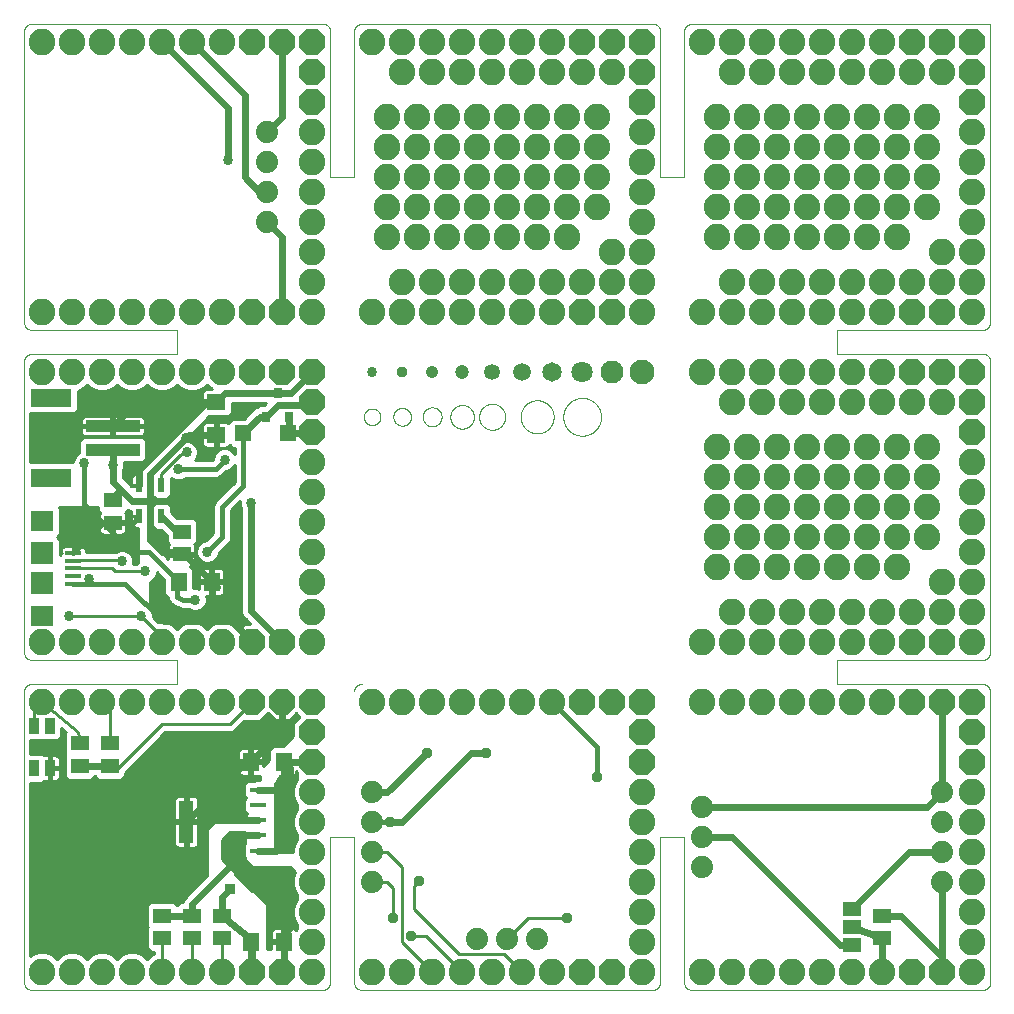
<source format=gtl>
G75*
%MOIN*%
%OFA0B0*%
%FSLAX25Y25*%
%IPPOS*%
%LPD*%
%AMOC8*
5,1,8,0,0,1.08239X$1,22.5*
%
%ADD10C,0.00000*%
%ADD11C,0.00100*%
%ADD12C,0.08858*%
%ADD13OC8,0.08858*%
%ADD14R,0.05906X0.05118*%
%ADD15R,0.03543X0.05512*%
%ADD16R,0.05500X0.01800*%
%ADD17R,0.05118X0.14173*%
%ADD18R,0.05512X0.06299*%
%ADD19C,0.07400*%
%ADD20R,0.02165X0.04724*%
%ADD21R,0.06299X0.05512*%
%ADD22R,0.03150X0.03543*%
%ADD23R,0.05512X0.05512*%
%ADD24R,0.05512X0.01378*%
%ADD25R,0.07480X0.07087*%
%ADD26R,0.07480X0.07480*%
%ADD27R,0.18110X0.03937*%
%ADD28R,0.13386X0.06299*%
%ADD29R,0.06300X0.04600*%
%ADD30C,0.01000*%
%ADD31C,0.02400*%
%ADD32C,0.03369*%
%ADD33C,0.03762*%
%ADD34C,0.01600*%
%ADD35R,0.03762X0.03762*%
%ADD36C,0.04156*%
%ADD37C,0.04724*%
%ADD38C,0.05315*%
%ADD39C,0.05906*%
%ADD40C,0.06496*%
%ADD41C,0.07087*%
%ADD42C,0.07677*%
%ADD43C,0.08268*%
D10*
X0006275Y0006500D02*
X0006275Y0103500D01*
X0006277Y0103598D01*
X0006283Y0103696D01*
X0006292Y0103794D01*
X0006306Y0103891D01*
X0006323Y0103988D01*
X0006344Y0104084D01*
X0006369Y0104179D01*
X0006397Y0104273D01*
X0006430Y0104365D01*
X0006465Y0104457D01*
X0006505Y0104547D01*
X0006547Y0104635D01*
X0006594Y0104722D01*
X0006643Y0104806D01*
X0006696Y0104889D01*
X0006752Y0104969D01*
X0006812Y0105048D01*
X0006874Y0105124D01*
X0006939Y0105197D01*
X0007007Y0105268D01*
X0007078Y0105336D01*
X0007151Y0105401D01*
X0007227Y0105463D01*
X0007306Y0105523D01*
X0007386Y0105579D01*
X0007469Y0105632D01*
X0007553Y0105681D01*
X0007640Y0105728D01*
X0007728Y0105770D01*
X0007818Y0105810D01*
X0007910Y0105845D01*
X0008002Y0105878D01*
X0008096Y0105906D01*
X0008191Y0105931D01*
X0008287Y0105952D01*
X0008384Y0105969D01*
X0008481Y0105983D01*
X0008579Y0105992D01*
X0008677Y0105998D01*
X0008775Y0106000D01*
X0057275Y0106000D01*
X0057275Y0114000D01*
X0008775Y0114000D01*
X0008677Y0114002D01*
X0008579Y0114008D01*
X0008481Y0114017D01*
X0008384Y0114031D01*
X0008287Y0114048D01*
X0008191Y0114069D01*
X0008096Y0114094D01*
X0008002Y0114122D01*
X0007910Y0114155D01*
X0007818Y0114190D01*
X0007728Y0114230D01*
X0007640Y0114272D01*
X0007553Y0114319D01*
X0007469Y0114368D01*
X0007386Y0114421D01*
X0007306Y0114477D01*
X0007227Y0114537D01*
X0007151Y0114599D01*
X0007078Y0114664D01*
X0007007Y0114732D01*
X0006939Y0114803D01*
X0006874Y0114876D01*
X0006812Y0114952D01*
X0006752Y0115031D01*
X0006696Y0115111D01*
X0006643Y0115194D01*
X0006594Y0115278D01*
X0006547Y0115365D01*
X0006505Y0115453D01*
X0006465Y0115543D01*
X0006430Y0115635D01*
X0006397Y0115727D01*
X0006369Y0115821D01*
X0006344Y0115916D01*
X0006323Y0116012D01*
X0006306Y0116109D01*
X0006292Y0116206D01*
X0006283Y0116304D01*
X0006277Y0116402D01*
X0006275Y0116500D01*
X0006275Y0213500D01*
X0006277Y0213598D01*
X0006283Y0213696D01*
X0006292Y0213794D01*
X0006306Y0213891D01*
X0006323Y0213988D01*
X0006344Y0214084D01*
X0006369Y0214179D01*
X0006397Y0214273D01*
X0006430Y0214365D01*
X0006465Y0214457D01*
X0006505Y0214547D01*
X0006547Y0214635D01*
X0006594Y0214722D01*
X0006643Y0214806D01*
X0006696Y0214889D01*
X0006752Y0214969D01*
X0006812Y0215048D01*
X0006874Y0215124D01*
X0006939Y0215197D01*
X0007007Y0215268D01*
X0007078Y0215336D01*
X0007151Y0215401D01*
X0007227Y0215463D01*
X0007306Y0215523D01*
X0007386Y0215579D01*
X0007469Y0215632D01*
X0007553Y0215681D01*
X0007640Y0215728D01*
X0007728Y0215770D01*
X0007818Y0215810D01*
X0007910Y0215845D01*
X0008002Y0215878D01*
X0008096Y0215906D01*
X0008191Y0215931D01*
X0008287Y0215952D01*
X0008384Y0215969D01*
X0008481Y0215983D01*
X0008579Y0215992D01*
X0008677Y0215998D01*
X0008775Y0216000D01*
X0057275Y0216000D01*
X0057275Y0224000D01*
X0008775Y0224000D01*
X0008677Y0224002D01*
X0008579Y0224008D01*
X0008481Y0224017D01*
X0008384Y0224031D01*
X0008287Y0224048D01*
X0008191Y0224069D01*
X0008096Y0224094D01*
X0008002Y0224122D01*
X0007910Y0224155D01*
X0007818Y0224190D01*
X0007728Y0224230D01*
X0007640Y0224272D01*
X0007553Y0224319D01*
X0007469Y0224368D01*
X0007386Y0224421D01*
X0007306Y0224477D01*
X0007227Y0224537D01*
X0007151Y0224599D01*
X0007078Y0224664D01*
X0007007Y0224732D01*
X0006939Y0224803D01*
X0006874Y0224876D01*
X0006812Y0224952D01*
X0006752Y0225031D01*
X0006696Y0225111D01*
X0006643Y0225194D01*
X0006594Y0225278D01*
X0006547Y0225365D01*
X0006505Y0225453D01*
X0006465Y0225543D01*
X0006430Y0225635D01*
X0006397Y0225727D01*
X0006369Y0225821D01*
X0006344Y0225916D01*
X0006323Y0226012D01*
X0006306Y0226109D01*
X0006292Y0226206D01*
X0006283Y0226304D01*
X0006277Y0226402D01*
X0006275Y0226500D01*
X0006275Y0323511D01*
X0006277Y0323609D01*
X0006283Y0323707D01*
X0006292Y0323805D01*
X0006306Y0323902D01*
X0006323Y0323999D01*
X0006344Y0324095D01*
X0006369Y0324190D01*
X0006397Y0324284D01*
X0006430Y0324376D01*
X0006465Y0324468D01*
X0006505Y0324558D01*
X0006547Y0324646D01*
X0006594Y0324733D01*
X0006643Y0324817D01*
X0006696Y0324900D01*
X0006752Y0324980D01*
X0006812Y0325059D01*
X0006874Y0325135D01*
X0006939Y0325208D01*
X0007007Y0325279D01*
X0007078Y0325347D01*
X0007151Y0325412D01*
X0007227Y0325474D01*
X0007306Y0325534D01*
X0007386Y0325590D01*
X0007469Y0325643D01*
X0007553Y0325692D01*
X0007640Y0325739D01*
X0007728Y0325781D01*
X0007818Y0325821D01*
X0007910Y0325856D01*
X0008002Y0325889D01*
X0008096Y0325917D01*
X0008191Y0325942D01*
X0008287Y0325963D01*
X0008384Y0325980D01*
X0008481Y0325994D01*
X0008579Y0326003D01*
X0008677Y0326009D01*
X0008775Y0326011D01*
X0105775Y0326011D01*
X0105873Y0326009D01*
X0105971Y0326003D01*
X0106069Y0325994D01*
X0106166Y0325980D01*
X0106263Y0325963D01*
X0106359Y0325942D01*
X0106454Y0325917D01*
X0106548Y0325889D01*
X0106640Y0325856D01*
X0106732Y0325821D01*
X0106822Y0325781D01*
X0106910Y0325739D01*
X0106997Y0325692D01*
X0107081Y0325643D01*
X0107164Y0325590D01*
X0107244Y0325534D01*
X0107323Y0325474D01*
X0107399Y0325412D01*
X0107472Y0325347D01*
X0107543Y0325279D01*
X0107611Y0325208D01*
X0107676Y0325135D01*
X0107738Y0325059D01*
X0107798Y0324980D01*
X0107854Y0324900D01*
X0107907Y0324817D01*
X0107956Y0324733D01*
X0108003Y0324646D01*
X0108045Y0324558D01*
X0108085Y0324468D01*
X0108120Y0324376D01*
X0108153Y0324284D01*
X0108181Y0324190D01*
X0108206Y0324095D01*
X0108227Y0323999D01*
X0108244Y0323902D01*
X0108258Y0323805D01*
X0108267Y0323707D01*
X0108273Y0323609D01*
X0108275Y0323511D01*
X0108275Y0275000D01*
X0116275Y0275000D01*
X0116275Y0323500D01*
X0116277Y0323598D01*
X0116283Y0323696D01*
X0116292Y0323794D01*
X0116306Y0323891D01*
X0116323Y0323988D01*
X0116344Y0324084D01*
X0116369Y0324179D01*
X0116397Y0324273D01*
X0116430Y0324365D01*
X0116465Y0324457D01*
X0116505Y0324547D01*
X0116547Y0324635D01*
X0116594Y0324722D01*
X0116643Y0324806D01*
X0116696Y0324889D01*
X0116752Y0324969D01*
X0116812Y0325048D01*
X0116874Y0325124D01*
X0116939Y0325197D01*
X0117007Y0325268D01*
X0117078Y0325336D01*
X0117151Y0325401D01*
X0117227Y0325463D01*
X0117306Y0325523D01*
X0117386Y0325579D01*
X0117469Y0325632D01*
X0117553Y0325681D01*
X0117640Y0325728D01*
X0117728Y0325770D01*
X0117818Y0325810D01*
X0117910Y0325845D01*
X0118002Y0325878D01*
X0118096Y0325906D01*
X0118191Y0325931D01*
X0118287Y0325952D01*
X0118384Y0325969D01*
X0118481Y0325983D01*
X0118579Y0325992D01*
X0118677Y0325998D01*
X0118775Y0326000D01*
X0215775Y0326000D01*
X0215873Y0325998D01*
X0215971Y0325992D01*
X0216069Y0325983D01*
X0216166Y0325969D01*
X0216263Y0325952D01*
X0216359Y0325931D01*
X0216454Y0325906D01*
X0216548Y0325878D01*
X0216640Y0325845D01*
X0216732Y0325810D01*
X0216822Y0325770D01*
X0216910Y0325728D01*
X0216997Y0325681D01*
X0217081Y0325632D01*
X0217164Y0325579D01*
X0217244Y0325523D01*
X0217323Y0325463D01*
X0217399Y0325401D01*
X0217472Y0325336D01*
X0217543Y0325268D01*
X0217611Y0325197D01*
X0217676Y0325124D01*
X0217738Y0325048D01*
X0217798Y0324969D01*
X0217854Y0324889D01*
X0217907Y0324806D01*
X0217956Y0324722D01*
X0218003Y0324635D01*
X0218045Y0324547D01*
X0218085Y0324457D01*
X0218120Y0324365D01*
X0218153Y0324273D01*
X0218181Y0324179D01*
X0218206Y0324084D01*
X0218227Y0323988D01*
X0218244Y0323891D01*
X0218258Y0323794D01*
X0218267Y0323696D01*
X0218273Y0323598D01*
X0218275Y0323500D01*
X0218275Y0275000D01*
X0226275Y0275000D01*
X0226275Y0323500D01*
X0226275Y0323501D02*
X0226277Y0323599D01*
X0226282Y0323697D01*
X0226291Y0323795D01*
X0226304Y0323892D01*
X0226321Y0323989D01*
X0226342Y0324085D01*
X0226367Y0324180D01*
X0226395Y0324274D01*
X0226427Y0324367D01*
X0226463Y0324459D01*
X0226502Y0324549D01*
X0226544Y0324638D01*
X0226591Y0324724D01*
X0226640Y0324809D01*
X0226693Y0324892D01*
X0226749Y0324973D01*
X0226809Y0325051D01*
X0226871Y0325127D01*
X0226936Y0325201D01*
X0227004Y0325272D01*
X0227075Y0325340D01*
X0227149Y0325405D01*
X0227225Y0325467D01*
X0227303Y0325527D01*
X0227384Y0325583D01*
X0227466Y0325636D01*
X0227551Y0325685D01*
X0227638Y0325731D01*
X0227727Y0325774D01*
X0227817Y0325813D01*
X0227908Y0325849D01*
X0228001Y0325881D01*
X0228095Y0325909D01*
X0228191Y0325934D01*
X0228287Y0325955D01*
X0228383Y0325972D01*
X0228481Y0325985D01*
X0228579Y0325994D01*
X0228677Y0325999D01*
X0228775Y0326001D01*
X0228775Y0326000D02*
X0328275Y0326011D01*
X0328276Y0326011D01*
X0328275Y0326011D02*
X0328275Y0226500D01*
X0328273Y0226402D01*
X0328267Y0226304D01*
X0328258Y0226206D01*
X0328244Y0226109D01*
X0328227Y0226012D01*
X0328206Y0225916D01*
X0328181Y0225821D01*
X0328153Y0225727D01*
X0328120Y0225635D01*
X0328085Y0225543D01*
X0328045Y0225453D01*
X0328003Y0225365D01*
X0327956Y0225278D01*
X0327907Y0225194D01*
X0327854Y0225111D01*
X0327798Y0225031D01*
X0327738Y0224952D01*
X0327676Y0224876D01*
X0327611Y0224803D01*
X0327543Y0224732D01*
X0327472Y0224664D01*
X0327399Y0224599D01*
X0327323Y0224537D01*
X0327244Y0224477D01*
X0327164Y0224421D01*
X0327081Y0224368D01*
X0326997Y0224319D01*
X0326910Y0224272D01*
X0326822Y0224230D01*
X0326732Y0224190D01*
X0326640Y0224155D01*
X0326548Y0224122D01*
X0326454Y0224094D01*
X0326359Y0224069D01*
X0326263Y0224048D01*
X0326166Y0224031D01*
X0326069Y0224017D01*
X0325971Y0224008D01*
X0325873Y0224002D01*
X0325775Y0224000D01*
X0277275Y0224000D01*
X0277275Y0216000D01*
X0325775Y0216000D01*
X0325873Y0215998D01*
X0325971Y0215992D01*
X0326069Y0215983D01*
X0326166Y0215969D01*
X0326263Y0215952D01*
X0326359Y0215931D01*
X0326454Y0215906D01*
X0326548Y0215878D01*
X0326640Y0215845D01*
X0326732Y0215810D01*
X0326822Y0215770D01*
X0326910Y0215728D01*
X0326997Y0215681D01*
X0327081Y0215632D01*
X0327164Y0215579D01*
X0327244Y0215523D01*
X0327323Y0215463D01*
X0327399Y0215401D01*
X0327472Y0215336D01*
X0327543Y0215268D01*
X0327611Y0215197D01*
X0327676Y0215124D01*
X0327738Y0215048D01*
X0327798Y0214969D01*
X0327854Y0214889D01*
X0327907Y0214806D01*
X0327956Y0214722D01*
X0328003Y0214635D01*
X0328045Y0214547D01*
X0328085Y0214457D01*
X0328120Y0214365D01*
X0328153Y0214273D01*
X0328181Y0214179D01*
X0328206Y0214084D01*
X0328227Y0213988D01*
X0328244Y0213891D01*
X0328258Y0213794D01*
X0328267Y0213696D01*
X0328273Y0213598D01*
X0328275Y0213500D01*
X0328275Y0116500D01*
X0328273Y0116402D01*
X0328267Y0116304D01*
X0328258Y0116206D01*
X0328244Y0116109D01*
X0328227Y0116012D01*
X0328206Y0115916D01*
X0328181Y0115821D01*
X0328153Y0115727D01*
X0328120Y0115635D01*
X0328085Y0115543D01*
X0328045Y0115453D01*
X0328003Y0115365D01*
X0327956Y0115278D01*
X0327907Y0115194D01*
X0327854Y0115111D01*
X0327798Y0115031D01*
X0327738Y0114952D01*
X0327676Y0114876D01*
X0327611Y0114803D01*
X0327543Y0114732D01*
X0327472Y0114664D01*
X0327399Y0114599D01*
X0327323Y0114537D01*
X0327244Y0114477D01*
X0327164Y0114421D01*
X0327081Y0114368D01*
X0326997Y0114319D01*
X0326910Y0114272D01*
X0326822Y0114230D01*
X0326732Y0114190D01*
X0326640Y0114155D01*
X0326548Y0114122D01*
X0326454Y0114094D01*
X0326359Y0114069D01*
X0326263Y0114048D01*
X0326166Y0114031D01*
X0326069Y0114017D01*
X0325971Y0114008D01*
X0325873Y0114002D01*
X0325775Y0114000D01*
X0277275Y0114000D01*
X0277275Y0106000D01*
X0325776Y0106000D01*
X0325776Y0105999D02*
X0325879Y0105985D01*
X0325982Y0105967D01*
X0326085Y0105945D01*
X0326186Y0105919D01*
X0326286Y0105890D01*
X0326386Y0105857D01*
X0326484Y0105820D01*
X0326580Y0105780D01*
X0326675Y0105736D01*
X0326769Y0105689D01*
X0326860Y0105638D01*
X0326950Y0105585D01*
X0327038Y0105528D01*
X0327123Y0105467D01*
X0327207Y0105404D01*
X0327287Y0105338D01*
X0327366Y0105268D01*
X0327442Y0105196D01*
X0327515Y0105122D01*
X0327585Y0105044D01*
X0327653Y0104964D01*
X0327717Y0104882D01*
X0327779Y0104797D01*
X0327837Y0104711D01*
X0327893Y0104622D01*
X0327944Y0104531D01*
X0327993Y0104438D01*
X0328038Y0104344D01*
X0328080Y0104248D01*
X0328118Y0104150D01*
X0328152Y0104052D01*
X0328183Y0103952D01*
X0328210Y0103851D01*
X0328234Y0103749D01*
X0328254Y0103646D01*
X0328270Y0103543D01*
X0328282Y0103439D01*
X0328290Y0103334D01*
X0328295Y0103230D01*
X0328296Y0103125D01*
X0328293Y0103021D01*
X0328286Y0102916D01*
X0328275Y0102812D01*
X0328276Y0102812D02*
X0328276Y0007187D01*
X0328277Y0007187D02*
X0328300Y0007090D01*
X0328320Y0006993D01*
X0328335Y0006894D01*
X0328347Y0006795D01*
X0328355Y0006696D01*
X0328359Y0006596D01*
X0328359Y0006496D01*
X0328355Y0006397D01*
X0328347Y0006298D01*
X0328335Y0006199D01*
X0328320Y0006100D01*
X0328300Y0006002D01*
X0328277Y0005905D01*
X0328250Y0005809D01*
X0328220Y0005715D01*
X0328185Y0005621D01*
X0328147Y0005529D01*
X0328106Y0005438D01*
X0328060Y0005350D01*
X0328012Y0005262D01*
X0327960Y0005177D01*
X0327905Y0005094D01*
X0327846Y0005014D01*
X0327785Y0004935D01*
X0327720Y0004859D01*
X0327653Y0004786D01*
X0327583Y0004715D01*
X0327510Y0004647D01*
X0327434Y0004582D01*
X0327356Y0004520D01*
X0327276Y0004462D01*
X0327193Y0004406D01*
X0327108Y0004354D01*
X0327021Y0004304D01*
X0326933Y0004259D01*
X0326843Y0004217D01*
X0326751Y0004178D01*
X0326657Y0004143D01*
X0326563Y0004112D01*
X0326467Y0004085D01*
X0326370Y0004061D01*
X0326272Y0004041D01*
X0326174Y0004025D01*
X0326075Y0004013D01*
X0325976Y0004004D01*
X0325876Y0004000D01*
X0325777Y0003999D01*
X0325776Y0004000D02*
X0228775Y0004000D01*
X0228677Y0004002D01*
X0228579Y0004008D01*
X0228481Y0004017D01*
X0228384Y0004031D01*
X0228287Y0004048D01*
X0228191Y0004069D01*
X0228096Y0004094D01*
X0228002Y0004122D01*
X0227910Y0004155D01*
X0227818Y0004190D01*
X0227728Y0004230D01*
X0227640Y0004272D01*
X0227553Y0004319D01*
X0227469Y0004368D01*
X0227386Y0004421D01*
X0227306Y0004477D01*
X0227227Y0004537D01*
X0227151Y0004599D01*
X0227078Y0004664D01*
X0227007Y0004732D01*
X0226939Y0004803D01*
X0226874Y0004876D01*
X0226812Y0004952D01*
X0226752Y0005031D01*
X0226696Y0005111D01*
X0226643Y0005194D01*
X0226594Y0005278D01*
X0226547Y0005365D01*
X0226505Y0005453D01*
X0226465Y0005543D01*
X0226430Y0005635D01*
X0226397Y0005727D01*
X0226369Y0005821D01*
X0226344Y0005916D01*
X0226323Y0006012D01*
X0226306Y0006109D01*
X0226292Y0006206D01*
X0226283Y0006304D01*
X0226277Y0006402D01*
X0226275Y0006500D01*
X0226275Y0055000D01*
X0218275Y0055000D01*
X0218275Y0006500D01*
X0218273Y0006402D01*
X0218267Y0006304D01*
X0218258Y0006206D01*
X0218244Y0006109D01*
X0218227Y0006012D01*
X0218206Y0005916D01*
X0218181Y0005821D01*
X0218153Y0005727D01*
X0218120Y0005635D01*
X0218085Y0005543D01*
X0218045Y0005453D01*
X0218003Y0005365D01*
X0217956Y0005278D01*
X0217907Y0005194D01*
X0217854Y0005111D01*
X0217798Y0005031D01*
X0217738Y0004952D01*
X0217676Y0004876D01*
X0217611Y0004803D01*
X0217543Y0004732D01*
X0217472Y0004664D01*
X0217399Y0004599D01*
X0217323Y0004537D01*
X0217244Y0004477D01*
X0217164Y0004421D01*
X0217081Y0004368D01*
X0216997Y0004319D01*
X0216910Y0004272D01*
X0216822Y0004230D01*
X0216732Y0004190D01*
X0216640Y0004155D01*
X0216548Y0004122D01*
X0216454Y0004094D01*
X0216359Y0004069D01*
X0216263Y0004048D01*
X0216166Y0004031D01*
X0216069Y0004017D01*
X0215971Y0004008D01*
X0215873Y0004002D01*
X0215775Y0004000D01*
X0118775Y0004000D01*
X0118677Y0004002D01*
X0118579Y0004008D01*
X0118481Y0004017D01*
X0118384Y0004031D01*
X0118287Y0004048D01*
X0118191Y0004069D01*
X0118096Y0004094D01*
X0118002Y0004122D01*
X0117910Y0004155D01*
X0117818Y0004190D01*
X0117728Y0004230D01*
X0117640Y0004272D01*
X0117553Y0004319D01*
X0117469Y0004368D01*
X0117386Y0004421D01*
X0117306Y0004477D01*
X0117227Y0004537D01*
X0117151Y0004599D01*
X0117078Y0004664D01*
X0117007Y0004732D01*
X0116939Y0004803D01*
X0116874Y0004876D01*
X0116812Y0004952D01*
X0116752Y0005031D01*
X0116696Y0005111D01*
X0116643Y0005194D01*
X0116594Y0005278D01*
X0116547Y0005365D01*
X0116505Y0005453D01*
X0116465Y0005543D01*
X0116430Y0005635D01*
X0116397Y0005727D01*
X0116369Y0005821D01*
X0116344Y0005916D01*
X0116323Y0006012D01*
X0116306Y0006109D01*
X0116292Y0006206D01*
X0116283Y0006304D01*
X0116277Y0006402D01*
X0116275Y0006500D01*
X0116275Y0055000D01*
X0108275Y0055000D01*
X0108275Y0006500D01*
X0108273Y0006402D01*
X0108267Y0006304D01*
X0108258Y0006206D01*
X0108244Y0006109D01*
X0108227Y0006012D01*
X0108206Y0005916D01*
X0108181Y0005821D01*
X0108153Y0005727D01*
X0108120Y0005635D01*
X0108085Y0005543D01*
X0108045Y0005453D01*
X0108003Y0005365D01*
X0107956Y0005278D01*
X0107907Y0005194D01*
X0107854Y0005111D01*
X0107798Y0005031D01*
X0107738Y0004952D01*
X0107676Y0004876D01*
X0107611Y0004803D01*
X0107543Y0004732D01*
X0107472Y0004664D01*
X0107399Y0004599D01*
X0107323Y0004537D01*
X0107244Y0004477D01*
X0107164Y0004421D01*
X0107081Y0004368D01*
X0106997Y0004319D01*
X0106910Y0004272D01*
X0106822Y0004230D01*
X0106732Y0004190D01*
X0106640Y0004155D01*
X0106548Y0004122D01*
X0106454Y0004094D01*
X0106359Y0004069D01*
X0106263Y0004048D01*
X0106166Y0004031D01*
X0106069Y0004017D01*
X0105971Y0004008D01*
X0105873Y0004002D01*
X0105775Y0004000D01*
X0008775Y0004000D01*
X0008677Y0004002D01*
X0008579Y0004008D01*
X0008481Y0004017D01*
X0008384Y0004031D01*
X0008287Y0004048D01*
X0008191Y0004069D01*
X0008096Y0004094D01*
X0008002Y0004122D01*
X0007910Y0004155D01*
X0007818Y0004190D01*
X0007728Y0004230D01*
X0007640Y0004272D01*
X0007553Y0004319D01*
X0007469Y0004368D01*
X0007386Y0004421D01*
X0007306Y0004477D01*
X0007227Y0004537D01*
X0007151Y0004599D01*
X0007078Y0004664D01*
X0007007Y0004732D01*
X0006939Y0004803D01*
X0006874Y0004876D01*
X0006812Y0004952D01*
X0006752Y0005031D01*
X0006696Y0005111D01*
X0006643Y0005194D01*
X0006594Y0005278D01*
X0006547Y0005365D01*
X0006505Y0005453D01*
X0006465Y0005543D01*
X0006430Y0005635D01*
X0006397Y0005727D01*
X0006369Y0005821D01*
X0006344Y0005916D01*
X0006323Y0006012D01*
X0006306Y0006109D01*
X0006292Y0006206D01*
X0006283Y0006304D01*
X0006277Y0006402D01*
X0006275Y0006500D01*
X0119519Y0195000D02*
X0119521Y0195105D01*
X0119527Y0195210D01*
X0119537Y0195314D01*
X0119551Y0195418D01*
X0119569Y0195522D01*
X0119591Y0195624D01*
X0119616Y0195726D01*
X0119646Y0195827D01*
X0119679Y0195926D01*
X0119716Y0196024D01*
X0119757Y0196121D01*
X0119802Y0196216D01*
X0119850Y0196309D01*
X0119901Y0196401D01*
X0119957Y0196490D01*
X0120015Y0196577D01*
X0120077Y0196662D01*
X0120141Y0196745D01*
X0120209Y0196825D01*
X0120280Y0196902D01*
X0120354Y0196976D01*
X0120431Y0197048D01*
X0120510Y0197117D01*
X0120592Y0197182D01*
X0120676Y0197245D01*
X0120763Y0197304D01*
X0120852Y0197360D01*
X0120943Y0197413D01*
X0121036Y0197462D01*
X0121130Y0197507D01*
X0121226Y0197549D01*
X0121324Y0197587D01*
X0121423Y0197621D01*
X0121524Y0197652D01*
X0121625Y0197678D01*
X0121728Y0197701D01*
X0121831Y0197720D01*
X0121935Y0197735D01*
X0122039Y0197746D01*
X0122144Y0197753D01*
X0122249Y0197756D01*
X0122354Y0197755D01*
X0122459Y0197750D01*
X0122563Y0197741D01*
X0122667Y0197728D01*
X0122771Y0197711D01*
X0122874Y0197690D01*
X0122976Y0197665D01*
X0123077Y0197637D01*
X0123176Y0197604D01*
X0123275Y0197568D01*
X0123372Y0197528D01*
X0123467Y0197485D01*
X0123561Y0197437D01*
X0123653Y0197387D01*
X0123743Y0197333D01*
X0123831Y0197275D01*
X0123916Y0197214D01*
X0123999Y0197150D01*
X0124080Y0197083D01*
X0124158Y0197013D01*
X0124233Y0196939D01*
X0124305Y0196864D01*
X0124375Y0196785D01*
X0124441Y0196704D01*
X0124505Y0196620D01*
X0124565Y0196534D01*
X0124621Y0196446D01*
X0124675Y0196355D01*
X0124725Y0196263D01*
X0124771Y0196169D01*
X0124814Y0196073D01*
X0124853Y0195975D01*
X0124888Y0195877D01*
X0124919Y0195776D01*
X0124947Y0195675D01*
X0124971Y0195573D01*
X0124991Y0195470D01*
X0125007Y0195366D01*
X0125019Y0195262D01*
X0125027Y0195157D01*
X0125031Y0195052D01*
X0125031Y0194948D01*
X0125027Y0194843D01*
X0125019Y0194738D01*
X0125007Y0194634D01*
X0124991Y0194530D01*
X0124971Y0194427D01*
X0124947Y0194325D01*
X0124919Y0194224D01*
X0124888Y0194123D01*
X0124853Y0194025D01*
X0124814Y0193927D01*
X0124771Y0193831D01*
X0124725Y0193737D01*
X0124675Y0193645D01*
X0124621Y0193554D01*
X0124565Y0193466D01*
X0124505Y0193380D01*
X0124441Y0193296D01*
X0124375Y0193215D01*
X0124305Y0193136D01*
X0124233Y0193061D01*
X0124158Y0192987D01*
X0124080Y0192917D01*
X0123999Y0192850D01*
X0123916Y0192786D01*
X0123831Y0192725D01*
X0123743Y0192667D01*
X0123653Y0192613D01*
X0123561Y0192563D01*
X0123467Y0192515D01*
X0123372Y0192472D01*
X0123275Y0192432D01*
X0123176Y0192396D01*
X0123077Y0192363D01*
X0122976Y0192335D01*
X0122874Y0192310D01*
X0122771Y0192289D01*
X0122667Y0192272D01*
X0122563Y0192259D01*
X0122459Y0192250D01*
X0122354Y0192245D01*
X0122249Y0192244D01*
X0122144Y0192247D01*
X0122039Y0192254D01*
X0121935Y0192265D01*
X0121831Y0192280D01*
X0121728Y0192299D01*
X0121625Y0192322D01*
X0121524Y0192348D01*
X0121423Y0192379D01*
X0121324Y0192413D01*
X0121226Y0192451D01*
X0121130Y0192493D01*
X0121036Y0192538D01*
X0120943Y0192587D01*
X0120852Y0192640D01*
X0120763Y0192696D01*
X0120676Y0192755D01*
X0120592Y0192818D01*
X0120510Y0192883D01*
X0120431Y0192952D01*
X0120354Y0193024D01*
X0120280Y0193098D01*
X0120209Y0193175D01*
X0120141Y0193255D01*
X0120077Y0193338D01*
X0120015Y0193423D01*
X0119957Y0193510D01*
X0119901Y0193599D01*
X0119850Y0193691D01*
X0119802Y0193784D01*
X0119757Y0193879D01*
X0119716Y0193976D01*
X0119679Y0194074D01*
X0119646Y0194173D01*
X0119616Y0194274D01*
X0119591Y0194376D01*
X0119569Y0194478D01*
X0119551Y0194582D01*
X0119537Y0194686D01*
X0119527Y0194790D01*
X0119521Y0194895D01*
X0119519Y0195000D01*
X0129322Y0195000D02*
X0129324Y0195108D01*
X0129330Y0195217D01*
X0129340Y0195325D01*
X0129354Y0195432D01*
X0129372Y0195539D01*
X0129393Y0195646D01*
X0129419Y0195751D01*
X0129449Y0195856D01*
X0129482Y0195959D01*
X0129519Y0196061D01*
X0129560Y0196161D01*
X0129604Y0196260D01*
X0129653Y0196358D01*
X0129704Y0196453D01*
X0129759Y0196546D01*
X0129818Y0196638D01*
X0129880Y0196727D01*
X0129945Y0196814D01*
X0130013Y0196898D01*
X0130084Y0196980D01*
X0130158Y0197059D01*
X0130235Y0197135D01*
X0130315Y0197209D01*
X0130398Y0197279D01*
X0130483Y0197347D01*
X0130570Y0197411D01*
X0130660Y0197472D01*
X0130752Y0197530D01*
X0130846Y0197584D01*
X0130942Y0197635D01*
X0131039Y0197682D01*
X0131139Y0197726D01*
X0131240Y0197766D01*
X0131342Y0197802D01*
X0131445Y0197834D01*
X0131550Y0197863D01*
X0131656Y0197887D01*
X0131762Y0197908D01*
X0131869Y0197925D01*
X0131977Y0197938D01*
X0132085Y0197947D01*
X0132194Y0197952D01*
X0132302Y0197953D01*
X0132411Y0197950D01*
X0132519Y0197943D01*
X0132627Y0197932D01*
X0132734Y0197917D01*
X0132841Y0197898D01*
X0132947Y0197875D01*
X0133052Y0197849D01*
X0133157Y0197818D01*
X0133259Y0197784D01*
X0133361Y0197746D01*
X0133461Y0197704D01*
X0133560Y0197659D01*
X0133657Y0197610D01*
X0133751Y0197557D01*
X0133844Y0197501D01*
X0133935Y0197442D01*
X0134024Y0197379D01*
X0134110Y0197314D01*
X0134194Y0197245D01*
X0134275Y0197173D01*
X0134353Y0197098D01*
X0134429Y0197020D01*
X0134502Y0196939D01*
X0134572Y0196856D01*
X0134638Y0196771D01*
X0134702Y0196683D01*
X0134762Y0196592D01*
X0134819Y0196500D01*
X0134872Y0196405D01*
X0134922Y0196309D01*
X0134968Y0196211D01*
X0135011Y0196111D01*
X0135050Y0196010D01*
X0135085Y0195907D01*
X0135117Y0195804D01*
X0135144Y0195699D01*
X0135168Y0195593D01*
X0135188Y0195486D01*
X0135204Y0195379D01*
X0135216Y0195271D01*
X0135224Y0195163D01*
X0135228Y0195054D01*
X0135228Y0194946D01*
X0135224Y0194837D01*
X0135216Y0194729D01*
X0135204Y0194621D01*
X0135188Y0194514D01*
X0135168Y0194407D01*
X0135144Y0194301D01*
X0135117Y0194196D01*
X0135085Y0194093D01*
X0135050Y0193990D01*
X0135011Y0193889D01*
X0134968Y0193789D01*
X0134922Y0193691D01*
X0134872Y0193595D01*
X0134819Y0193500D01*
X0134762Y0193408D01*
X0134702Y0193317D01*
X0134638Y0193229D01*
X0134572Y0193144D01*
X0134502Y0193061D01*
X0134429Y0192980D01*
X0134353Y0192902D01*
X0134275Y0192827D01*
X0134194Y0192755D01*
X0134110Y0192686D01*
X0134024Y0192621D01*
X0133935Y0192558D01*
X0133844Y0192499D01*
X0133752Y0192443D01*
X0133657Y0192390D01*
X0133560Y0192341D01*
X0133461Y0192296D01*
X0133361Y0192254D01*
X0133259Y0192216D01*
X0133157Y0192182D01*
X0133052Y0192151D01*
X0132947Y0192125D01*
X0132841Y0192102D01*
X0132734Y0192083D01*
X0132627Y0192068D01*
X0132519Y0192057D01*
X0132411Y0192050D01*
X0132302Y0192047D01*
X0132194Y0192048D01*
X0132085Y0192053D01*
X0131977Y0192062D01*
X0131869Y0192075D01*
X0131762Y0192092D01*
X0131656Y0192113D01*
X0131550Y0192137D01*
X0131445Y0192166D01*
X0131342Y0192198D01*
X0131240Y0192234D01*
X0131139Y0192274D01*
X0131039Y0192318D01*
X0130942Y0192365D01*
X0130846Y0192416D01*
X0130752Y0192470D01*
X0130660Y0192528D01*
X0130570Y0192589D01*
X0130483Y0192653D01*
X0130398Y0192721D01*
X0130315Y0192791D01*
X0130235Y0192865D01*
X0130158Y0192941D01*
X0130084Y0193020D01*
X0130013Y0193102D01*
X0129945Y0193186D01*
X0129880Y0193273D01*
X0129818Y0193362D01*
X0129759Y0193454D01*
X0129704Y0193547D01*
X0129653Y0193642D01*
X0129604Y0193740D01*
X0129560Y0193839D01*
X0129519Y0193939D01*
X0129482Y0194041D01*
X0129449Y0194144D01*
X0129419Y0194249D01*
X0129393Y0194354D01*
X0129372Y0194461D01*
X0129354Y0194568D01*
X0129340Y0194675D01*
X0129330Y0194783D01*
X0129324Y0194892D01*
X0129322Y0195000D01*
X0139125Y0195000D02*
X0139127Y0195112D01*
X0139133Y0195223D01*
X0139143Y0195335D01*
X0139157Y0195446D01*
X0139174Y0195556D01*
X0139196Y0195666D01*
X0139222Y0195775D01*
X0139251Y0195883D01*
X0139284Y0195989D01*
X0139321Y0196095D01*
X0139362Y0196199D01*
X0139407Y0196302D01*
X0139455Y0196403D01*
X0139506Y0196502D01*
X0139561Y0196599D01*
X0139620Y0196694D01*
X0139681Y0196788D01*
X0139746Y0196879D01*
X0139815Y0196967D01*
X0139886Y0197053D01*
X0139960Y0197137D01*
X0140038Y0197217D01*
X0140118Y0197295D01*
X0140201Y0197371D01*
X0140286Y0197443D01*
X0140374Y0197512D01*
X0140464Y0197578D01*
X0140557Y0197640D01*
X0140652Y0197700D01*
X0140749Y0197756D01*
X0140847Y0197808D01*
X0140948Y0197857D01*
X0141050Y0197902D01*
X0141154Y0197944D01*
X0141259Y0197982D01*
X0141366Y0198016D01*
X0141473Y0198046D01*
X0141582Y0198073D01*
X0141691Y0198095D01*
X0141802Y0198114D01*
X0141912Y0198129D01*
X0142024Y0198140D01*
X0142135Y0198147D01*
X0142247Y0198150D01*
X0142359Y0198149D01*
X0142471Y0198144D01*
X0142582Y0198135D01*
X0142693Y0198122D01*
X0142804Y0198105D01*
X0142914Y0198085D01*
X0143023Y0198060D01*
X0143131Y0198032D01*
X0143238Y0197999D01*
X0143344Y0197963D01*
X0143448Y0197923D01*
X0143551Y0197880D01*
X0143653Y0197833D01*
X0143752Y0197782D01*
X0143850Y0197728D01*
X0143946Y0197670D01*
X0144040Y0197609D01*
X0144131Y0197545D01*
X0144220Y0197478D01*
X0144307Y0197407D01*
X0144391Y0197333D01*
X0144473Y0197257D01*
X0144551Y0197177D01*
X0144627Y0197095D01*
X0144700Y0197010D01*
X0144770Y0196923D01*
X0144836Y0196833D01*
X0144900Y0196741D01*
X0144960Y0196647D01*
X0145017Y0196551D01*
X0145070Y0196452D01*
X0145120Y0196352D01*
X0145166Y0196251D01*
X0145209Y0196147D01*
X0145248Y0196042D01*
X0145283Y0195936D01*
X0145314Y0195829D01*
X0145342Y0195720D01*
X0145365Y0195611D01*
X0145385Y0195501D01*
X0145401Y0195390D01*
X0145413Y0195279D01*
X0145421Y0195168D01*
X0145425Y0195056D01*
X0145425Y0194944D01*
X0145421Y0194832D01*
X0145413Y0194721D01*
X0145401Y0194610D01*
X0145385Y0194499D01*
X0145365Y0194389D01*
X0145342Y0194280D01*
X0145314Y0194171D01*
X0145283Y0194064D01*
X0145248Y0193958D01*
X0145209Y0193853D01*
X0145166Y0193749D01*
X0145120Y0193648D01*
X0145070Y0193548D01*
X0145017Y0193449D01*
X0144960Y0193353D01*
X0144900Y0193259D01*
X0144836Y0193167D01*
X0144770Y0193077D01*
X0144700Y0192990D01*
X0144627Y0192905D01*
X0144551Y0192823D01*
X0144473Y0192743D01*
X0144391Y0192667D01*
X0144307Y0192593D01*
X0144220Y0192522D01*
X0144131Y0192455D01*
X0144040Y0192391D01*
X0143946Y0192330D01*
X0143850Y0192272D01*
X0143752Y0192218D01*
X0143653Y0192167D01*
X0143551Y0192120D01*
X0143448Y0192077D01*
X0143344Y0192037D01*
X0143238Y0192001D01*
X0143131Y0191968D01*
X0143023Y0191940D01*
X0142914Y0191915D01*
X0142804Y0191895D01*
X0142693Y0191878D01*
X0142582Y0191865D01*
X0142471Y0191856D01*
X0142359Y0191851D01*
X0142247Y0191850D01*
X0142135Y0191853D01*
X0142024Y0191860D01*
X0141912Y0191871D01*
X0141802Y0191886D01*
X0141691Y0191905D01*
X0141582Y0191927D01*
X0141473Y0191954D01*
X0141366Y0191984D01*
X0141259Y0192018D01*
X0141154Y0192056D01*
X0141050Y0192098D01*
X0140948Y0192143D01*
X0140847Y0192192D01*
X0140749Y0192244D01*
X0140652Y0192300D01*
X0140557Y0192360D01*
X0140464Y0192422D01*
X0140374Y0192488D01*
X0140286Y0192557D01*
X0140201Y0192629D01*
X0140118Y0192705D01*
X0140038Y0192783D01*
X0139960Y0192863D01*
X0139886Y0192947D01*
X0139815Y0193033D01*
X0139746Y0193121D01*
X0139681Y0193212D01*
X0139620Y0193306D01*
X0139561Y0193401D01*
X0139506Y0193498D01*
X0139455Y0193597D01*
X0139407Y0193698D01*
X0139362Y0193801D01*
X0139321Y0193905D01*
X0139284Y0194011D01*
X0139251Y0194117D01*
X0139222Y0194225D01*
X0139196Y0194334D01*
X0139174Y0194444D01*
X0139157Y0194554D01*
X0139143Y0194665D01*
X0139133Y0194777D01*
X0139127Y0194888D01*
X0139125Y0195000D01*
X0148338Y0195000D02*
X0148340Y0195125D01*
X0148346Y0195250D01*
X0148356Y0195374D01*
X0148370Y0195498D01*
X0148387Y0195622D01*
X0148409Y0195745D01*
X0148435Y0195867D01*
X0148464Y0195989D01*
X0148497Y0196109D01*
X0148535Y0196228D01*
X0148575Y0196347D01*
X0148620Y0196463D01*
X0148668Y0196578D01*
X0148720Y0196692D01*
X0148776Y0196804D01*
X0148835Y0196914D01*
X0148897Y0197022D01*
X0148963Y0197129D01*
X0149032Y0197233D01*
X0149105Y0197334D01*
X0149180Y0197434D01*
X0149259Y0197531D01*
X0149341Y0197625D01*
X0149426Y0197717D01*
X0149513Y0197806D01*
X0149604Y0197892D01*
X0149697Y0197975D01*
X0149793Y0198056D01*
X0149891Y0198133D01*
X0149991Y0198207D01*
X0150094Y0198278D01*
X0150199Y0198345D01*
X0150307Y0198410D01*
X0150416Y0198470D01*
X0150527Y0198528D01*
X0150640Y0198581D01*
X0150754Y0198631D01*
X0150870Y0198678D01*
X0150987Y0198720D01*
X0151106Y0198759D01*
X0151226Y0198795D01*
X0151347Y0198826D01*
X0151469Y0198854D01*
X0151591Y0198877D01*
X0151715Y0198897D01*
X0151839Y0198913D01*
X0151963Y0198925D01*
X0152088Y0198933D01*
X0152213Y0198937D01*
X0152337Y0198937D01*
X0152462Y0198933D01*
X0152587Y0198925D01*
X0152711Y0198913D01*
X0152835Y0198897D01*
X0152959Y0198877D01*
X0153081Y0198854D01*
X0153203Y0198826D01*
X0153324Y0198795D01*
X0153444Y0198759D01*
X0153563Y0198720D01*
X0153680Y0198678D01*
X0153796Y0198631D01*
X0153910Y0198581D01*
X0154023Y0198528D01*
X0154134Y0198470D01*
X0154244Y0198410D01*
X0154351Y0198345D01*
X0154456Y0198278D01*
X0154559Y0198207D01*
X0154659Y0198133D01*
X0154757Y0198056D01*
X0154853Y0197975D01*
X0154946Y0197892D01*
X0155037Y0197806D01*
X0155124Y0197717D01*
X0155209Y0197625D01*
X0155291Y0197531D01*
X0155370Y0197434D01*
X0155445Y0197334D01*
X0155518Y0197233D01*
X0155587Y0197129D01*
X0155653Y0197022D01*
X0155715Y0196914D01*
X0155774Y0196804D01*
X0155830Y0196692D01*
X0155882Y0196578D01*
X0155930Y0196463D01*
X0155975Y0196347D01*
X0156015Y0196228D01*
X0156053Y0196109D01*
X0156086Y0195989D01*
X0156115Y0195867D01*
X0156141Y0195745D01*
X0156163Y0195622D01*
X0156180Y0195498D01*
X0156194Y0195374D01*
X0156204Y0195250D01*
X0156210Y0195125D01*
X0156212Y0195000D01*
X0156210Y0194875D01*
X0156204Y0194750D01*
X0156194Y0194626D01*
X0156180Y0194502D01*
X0156163Y0194378D01*
X0156141Y0194255D01*
X0156115Y0194133D01*
X0156086Y0194011D01*
X0156053Y0193891D01*
X0156015Y0193772D01*
X0155975Y0193653D01*
X0155930Y0193537D01*
X0155882Y0193422D01*
X0155830Y0193308D01*
X0155774Y0193196D01*
X0155715Y0193086D01*
X0155653Y0192978D01*
X0155587Y0192871D01*
X0155518Y0192767D01*
X0155445Y0192666D01*
X0155370Y0192566D01*
X0155291Y0192469D01*
X0155209Y0192375D01*
X0155124Y0192283D01*
X0155037Y0192194D01*
X0154946Y0192108D01*
X0154853Y0192025D01*
X0154757Y0191944D01*
X0154659Y0191867D01*
X0154559Y0191793D01*
X0154456Y0191722D01*
X0154351Y0191655D01*
X0154243Y0191590D01*
X0154134Y0191530D01*
X0154023Y0191472D01*
X0153910Y0191419D01*
X0153796Y0191369D01*
X0153680Y0191322D01*
X0153563Y0191280D01*
X0153444Y0191241D01*
X0153324Y0191205D01*
X0153203Y0191174D01*
X0153081Y0191146D01*
X0152959Y0191123D01*
X0152835Y0191103D01*
X0152711Y0191087D01*
X0152587Y0191075D01*
X0152462Y0191067D01*
X0152337Y0191063D01*
X0152213Y0191063D01*
X0152088Y0191067D01*
X0151963Y0191075D01*
X0151839Y0191087D01*
X0151715Y0191103D01*
X0151591Y0191123D01*
X0151469Y0191146D01*
X0151347Y0191174D01*
X0151226Y0191205D01*
X0151106Y0191241D01*
X0150987Y0191280D01*
X0150870Y0191322D01*
X0150754Y0191369D01*
X0150640Y0191419D01*
X0150527Y0191472D01*
X0150416Y0191530D01*
X0150306Y0191590D01*
X0150199Y0191655D01*
X0150094Y0191722D01*
X0149991Y0191793D01*
X0149891Y0191867D01*
X0149793Y0191944D01*
X0149697Y0192025D01*
X0149604Y0192108D01*
X0149513Y0192194D01*
X0149426Y0192283D01*
X0149341Y0192375D01*
X0149259Y0192469D01*
X0149180Y0192566D01*
X0149105Y0192666D01*
X0149032Y0192767D01*
X0148963Y0192871D01*
X0148897Y0192978D01*
X0148835Y0193086D01*
X0148776Y0193196D01*
X0148720Y0193308D01*
X0148668Y0193422D01*
X0148620Y0193537D01*
X0148575Y0193653D01*
X0148535Y0193772D01*
X0148497Y0193891D01*
X0148464Y0194011D01*
X0148435Y0194133D01*
X0148409Y0194255D01*
X0148387Y0194378D01*
X0148370Y0194502D01*
X0148356Y0194626D01*
X0148346Y0194750D01*
X0148340Y0194875D01*
X0148338Y0195000D01*
X0157944Y0195000D02*
X0157946Y0195131D01*
X0157952Y0195263D01*
X0157962Y0195394D01*
X0157976Y0195525D01*
X0157994Y0195655D01*
X0158016Y0195784D01*
X0158041Y0195913D01*
X0158071Y0196041D01*
X0158105Y0196168D01*
X0158142Y0196295D01*
X0158183Y0196419D01*
X0158228Y0196543D01*
X0158277Y0196665D01*
X0158329Y0196786D01*
X0158385Y0196904D01*
X0158445Y0197022D01*
X0158508Y0197137D01*
X0158575Y0197250D01*
X0158645Y0197362D01*
X0158718Y0197471D01*
X0158794Y0197577D01*
X0158874Y0197682D01*
X0158957Y0197784D01*
X0159043Y0197883D01*
X0159132Y0197980D01*
X0159224Y0198074D01*
X0159319Y0198165D01*
X0159416Y0198254D01*
X0159516Y0198339D01*
X0159619Y0198421D01*
X0159724Y0198500D01*
X0159831Y0198576D01*
X0159941Y0198648D01*
X0160053Y0198717D01*
X0160167Y0198783D01*
X0160282Y0198845D01*
X0160400Y0198904D01*
X0160519Y0198959D01*
X0160640Y0199011D01*
X0160763Y0199058D01*
X0160887Y0199102D01*
X0161012Y0199143D01*
X0161138Y0199179D01*
X0161266Y0199212D01*
X0161394Y0199240D01*
X0161523Y0199265D01*
X0161653Y0199286D01*
X0161783Y0199303D01*
X0161914Y0199316D01*
X0162045Y0199325D01*
X0162176Y0199330D01*
X0162308Y0199331D01*
X0162439Y0199328D01*
X0162571Y0199321D01*
X0162702Y0199310D01*
X0162832Y0199295D01*
X0162962Y0199276D01*
X0163092Y0199253D01*
X0163220Y0199227D01*
X0163348Y0199196D01*
X0163475Y0199161D01*
X0163601Y0199123D01*
X0163725Y0199081D01*
X0163849Y0199035D01*
X0163970Y0198985D01*
X0164090Y0198932D01*
X0164209Y0198875D01*
X0164326Y0198815D01*
X0164440Y0198751D01*
X0164553Y0198683D01*
X0164664Y0198612D01*
X0164773Y0198538D01*
X0164879Y0198461D01*
X0164983Y0198380D01*
X0165084Y0198297D01*
X0165183Y0198210D01*
X0165279Y0198120D01*
X0165372Y0198027D01*
X0165463Y0197932D01*
X0165550Y0197834D01*
X0165635Y0197733D01*
X0165716Y0197630D01*
X0165794Y0197524D01*
X0165869Y0197416D01*
X0165941Y0197306D01*
X0166009Y0197194D01*
X0166074Y0197080D01*
X0166135Y0196963D01*
X0166193Y0196845D01*
X0166247Y0196725D01*
X0166298Y0196604D01*
X0166345Y0196481D01*
X0166388Y0196357D01*
X0166427Y0196232D01*
X0166463Y0196105D01*
X0166494Y0195977D01*
X0166522Y0195849D01*
X0166546Y0195720D01*
X0166566Y0195590D01*
X0166582Y0195459D01*
X0166594Y0195328D01*
X0166602Y0195197D01*
X0166606Y0195066D01*
X0166606Y0194934D01*
X0166602Y0194803D01*
X0166594Y0194672D01*
X0166582Y0194541D01*
X0166566Y0194410D01*
X0166546Y0194280D01*
X0166522Y0194151D01*
X0166494Y0194023D01*
X0166463Y0193895D01*
X0166427Y0193768D01*
X0166388Y0193643D01*
X0166345Y0193519D01*
X0166298Y0193396D01*
X0166247Y0193275D01*
X0166193Y0193155D01*
X0166135Y0193037D01*
X0166074Y0192920D01*
X0166009Y0192806D01*
X0165941Y0192694D01*
X0165869Y0192584D01*
X0165794Y0192476D01*
X0165716Y0192370D01*
X0165635Y0192267D01*
X0165550Y0192166D01*
X0165463Y0192068D01*
X0165372Y0191973D01*
X0165279Y0191880D01*
X0165183Y0191790D01*
X0165084Y0191703D01*
X0164983Y0191620D01*
X0164879Y0191539D01*
X0164773Y0191462D01*
X0164664Y0191388D01*
X0164553Y0191317D01*
X0164441Y0191249D01*
X0164326Y0191185D01*
X0164209Y0191125D01*
X0164090Y0191068D01*
X0163970Y0191015D01*
X0163849Y0190965D01*
X0163725Y0190919D01*
X0163601Y0190877D01*
X0163475Y0190839D01*
X0163348Y0190804D01*
X0163220Y0190773D01*
X0163092Y0190747D01*
X0162962Y0190724D01*
X0162832Y0190705D01*
X0162702Y0190690D01*
X0162571Y0190679D01*
X0162439Y0190672D01*
X0162308Y0190669D01*
X0162176Y0190670D01*
X0162045Y0190675D01*
X0161914Y0190684D01*
X0161783Y0190697D01*
X0161653Y0190714D01*
X0161523Y0190735D01*
X0161394Y0190760D01*
X0161266Y0190788D01*
X0161138Y0190821D01*
X0161012Y0190857D01*
X0160887Y0190898D01*
X0160763Y0190942D01*
X0160640Y0190989D01*
X0160519Y0191041D01*
X0160400Y0191096D01*
X0160282Y0191155D01*
X0160167Y0191217D01*
X0160053Y0191283D01*
X0159941Y0191352D01*
X0159831Y0191424D01*
X0159724Y0191500D01*
X0159619Y0191579D01*
X0159516Y0191661D01*
X0159416Y0191746D01*
X0159319Y0191835D01*
X0159224Y0191926D01*
X0159132Y0192020D01*
X0159043Y0192117D01*
X0158957Y0192216D01*
X0158874Y0192318D01*
X0158794Y0192423D01*
X0158718Y0192529D01*
X0158645Y0192638D01*
X0158575Y0192750D01*
X0158508Y0192863D01*
X0158445Y0192978D01*
X0158385Y0193096D01*
X0158329Y0193214D01*
X0158277Y0193335D01*
X0158228Y0193457D01*
X0158183Y0193581D01*
X0158142Y0193705D01*
X0158105Y0193832D01*
X0158071Y0193959D01*
X0158041Y0194087D01*
X0158016Y0194216D01*
X0157994Y0194345D01*
X0157976Y0194475D01*
X0157962Y0194606D01*
X0157952Y0194737D01*
X0157946Y0194869D01*
X0157944Y0195000D01*
X0171763Y0195000D02*
X0171765Y0195148D01*
X0171771Y0195296D01*
X0171781Y0195444D01*
X0171795Y0195591D01*
X0171813Y0195738D01*
X0171834Y0195884D01*
X0171860Y0196030D01*
X0171890Y0196175D01*
X0171923Y0196319D01*
X0171961Y0196462D01*
X0172002Y0196604D01*
X0172047Y0196745D01*
X0172095Y0196885D01*
X0172148Y0197024D01*
X0172204Y0197161D01*
X0172264Y0197296D01*
X0172327Y0197430D01*
X0172394Y0197562D01*
X0172465Y0197692D01*
X0172539Y0197820D01*
X0172616Y0197946D01*
X0172697Y0198070D01*
X0172781Y0198192D01*
X0172868Y0198311D01*
X0172959Y0198428D01*
X0173053Y0198543D01*
X0173149Y0198655D01*
X0173249Y0198765D01*
X0173351Y0198871D01*
X0173457Y0198975D01*
X0173565Y0199076D01*
X0173676Y0199174D01*
X0173789Y0199270D01*
X0173905Y0199362D01*
X0174023Y0199451D01*
X0174144Y0199536D01*
X0174267Y0199619D01*
X0174392Y0199698D01*
X0174519Y0199774D01*
X0174648Y0199846D01*
X0174779Y0199915D01*
X0174912Y0199980D01*
X0175047Y0200041D01*
X0175183Y0200099D01*
X0175320Y0200154D01*
X0175459Y0200204D01*
X0175600Y0200251D01*
X0175741Y0200294D01*
X0175884Y0200334D01*
X0176028Y0200369D01*
X0176172Y0200401D01*
X0176318Y0200428D01*
X0176464Y0200452D01*
X0176611Y0200472D01*
X0176758Y0200488D01*
X0176905Y0200500D01*
X0177053Y0200508D01*
X0177201Y0200512D01*
X0177349Y0200512D01*
X0177497Y0200508D01*
X0177645Y0200500D01*
X0177792Y0200488D01*
X0177939Y0200472D01*
X0178086Y0200452D01*
X0178232Y0200428D01*
X0178378Y0200401D01*
X0178522Y0200369D01*
X0178666Y0200334D01*
X0178809Y0200294D01*
X0178950Y0200251D01*
X0179091Y0200204D01*
X0179230Y0200154D01*
X0179367Y0200099D01*
X0179503Y0200041D01*
X0179638Y0199980D01*
X0179771Y0199915D01*
X0179902Y0199846D01*
X0180031Y0199774D01*
X0180158Y0199698D01*
X0180283Y0199619D01*
X0180406Y0199536D01*
X0180527Y0199451D01*
X0180645Y0199362D01*
X0180761Y0199270D01*
X0180874Y0199174D01*
X0180985Y0199076D01*
X0181093Y0198975D01*
X0181199Y0198871D01*
X0181301Y0198765D01*
X0181401Y0198655D01*
X0181497Y0198543D01*
X0181591Y0198428D01*
X0181682Y0198311D01*
X0181769Y0198192D01*
X0181853Y0198070D01*
X0181934Y0197946D01*
X0182011Y0197820D01*
X0182085Y0197692D01*
X0182156Y0197562D01*
X0182223Y0197430D01*
X0182286Y0197296D01*
X0182346Y0197161D01*
X0182402Y0197024D01*
X0182455Y0196885D01*
X0182503Y0196745D01*
X0182548Y0196604D01*
X0182589Y0196462D01*
X0182627Y0196319D01*
X0182660Y0196175D01*
X0182690Y0196030D01*
X0182716Y0195884D01*
X0182737Y0195738D01*
X0182755Y0195591D01*
X0182769Y0195444D01*
X0182779Y0195296D01*
X0182785Y0195148D01*
X0182787Y0195000D01*
X0182785Y0194852D01*
X0182779Y0194704D01*
X0182769Y0194556D01*
X0182755Y0194409D01*
X0182737Y0194262D01*
X0182716Y0194116D01*
X0182690Y0193970D01*
X0182660Y0193825D01*
X0182627Y0193681D01*
X0182589Y0193538D01*
X0182548Y0193396D01*
X0182503Y0193255D01*
X0182455Y0193115D01*
X0182402Y0192976D01*
X0182346Y0192839D01*
X0182286Y0192704D01*
X0182223Y0192570D01*
X0182156Y0192438D01*
X0182085Y0192308D01*
X0182011Y0192180D01*
X0181934Y0192054D01*
X0181853Y0191930D01*
X0181769Y0191808D01*
X0181682Y0191689D01*
X0181591Y0191572D01*
X0181497Y0191457D01*
X0181401Y0191345D01*
X0181301Y0191235D01*
X0181199Y0191129D01*
X0181093Y0191025D01*
X0180985Y0190924D01*
X0180874Y0190826D01*
X0180761Y0190730D01*
X0180645Y0190638D01*
X0180527Y0190549D01*
X0180406Y0190464D01*
X0180283Y0190381D01*
X0180158Y0190302D01*
X0180031Y0190226D01*
X0179902Y0190154D01*
X0179771Y0190085D01*
X0179638Y0190020D01*
X0179503Y0189959D01*
X0179367Y0189901D01*
X0179230Y0189846D01*
X0179091Y0189796D01*
X0178950Y0189749D01*
X0178809Y0189706D01*
X0178666Y0189666D01*
X0178522Y0189631D01*
X0178378Y0189599D01*
X0178232Y0189572D01*
X0178086Y0189548D01*
X0177939Y0189528D01*
X0177792Y0189512D01*
X0177645Y0189500D01*
X0177497Y0189492D01*
X0177349Y0189488D01*
X0177201Y0189488D01*
X0177053Y0189492D01*
X0176905Y0189500D01*
X0176758Y0189512D01*
X0176611Y0189528D01*
X0176464Y0189548D01*
X0176318Y0189572D01*
X0176172Y0189599D01*
X0176028Y0189631D01*
X0175884Y0189666D01*
X0175741Y0189706D01*
X0175600Y0189749D01*
X0175459Y0189796D01*
X0175320Y0189846D01*
X0175183Y0189901D01*
X0175047Y0189959D01*
X0174912Y0190020D01*
X0174779Y0190085D01*
X0174648Y0190154D01*
X0174519Y0190226D01*
X0174392Y0190302D01*
X0174267Y0190381D01*
X0174144Y0190464D01*
X0174023Y0190549D01*
X0173905Y0190638D01*
X0173789Y0190730D01*
X0173676Y0190826D01*
X0173565Y0190924D01*
X0173457Y0191025D01*
X0173351Y0191129D01*
X0173249Y0191235D01*
X0173149Y0191345D01*
X0173053Y0191457D01*
X0172959Y0191572D01*
X0172868Y0191689D01*
X0172781Y0191808D01*
X0172697Y0191930D01*
X0172616Y0192054D01*
X0172539Y0192180D01*
X0172465Y0192308D01*
X0172394Y0192438D01*
X0172327Y0192570D01*
X0172264Y0192704D01*
X0172204Y0192839D01*
X0172148Y0192976D01*
X0172095Y0193115D01*
X0172047Y0193255D01*
X0172002Y0193396D01*
X0171961Y0193538D01*
X0171923Y0193681D01*
X0171890Y0193825D01*
X0171860Y0193970D01*
X0171834Y0194116D01*
X0171813Y0194262D01*
X0171795Y0194409D01*
X0171781Y0194556D01*
X0171771Y0194704D01*
X0171765Y0194852D01*
X0171763Y0195000D01*
X0185976Y0195000D02*
X0185978Y0195158D01*
X0185984Y0195316D01*
X0185994Y0195474D01*
X0186008Y0195632D01*
X0186026Y0195789D01*
X0186047Y0195946D01*
X0186073Y0196102D01*
X0186103Y0196258D01*
X0186136Y0196413D01*
X0186174Y0196566D01*
X0186215Y0196719D01*
X0186260Y0196871D01*
X0186309Y0197022D01*
X0186362Y0197171D01*
X0186418Y0197319D01*
X0186478Y0197465D01*
X0186542Y0197610D01*
X0186610Y0197753D01*
X0186681Y0197895D01*
X0186755Y0198035D01*
X0186833Y0198172D01*
X0186915Y0198308D01*
X0186999Y0198442D01*
X0187088Y0198573D01*
X0187179Y0198702D01*
X0187274Y0198829D01*
X0187371Y0198954D01*
X0187472Y0199076D01*
X0187576Y0199195D01*
X0187683Y0199312D01*
X0187793Y0199426D01*
X0187906Y0199537D01*
X0188021Y0199646D01*
X0188139Y0199751D01*
X0188260Y0199853D01*
X0188383Y0199953D01*
X0188509Y0200049D01*
X0188637Y0200142D01*
X0188767Y0200232D01*
X0188900Y0200318D01*
X0189035Y0200402D01*
X0189171Y0200481D01*
X0189310Y0200558D01*
X0189451Y0200630D01*
X0189593Y0200700D01*
X0189737Y0200765D01*
X0189883Y0200827D01*
X0190030Y0200885D01*
X0190179Y0200940D01*
X0190329Y0200991D01*
X0190480Y0201038D01*
X0190632Y0201081D01*
X0190785Y0201120D01*
X0190940Y0201156D01*
X0191095Y0201187D01*
X0191251Y0201215D01*
X0191407Y0201239D01*
X0191564Y0201259D01*
X0191722Y0201275D01*
X0191879Y0201287D01*
X0192038Y0201295D01*
X0192196Y0201299D01*
X0192354Y0201299D01*
X0192512Y0201295D01*
X0192671Y0201287D01*
X0192828Y0201275D01*
X0192986Y0201259D01*
X0193143Y0201239D01*
X0193299Y0201215D01*
X0193455Y0201187D01*
X0193610Y0201156D01*
X0193765Y0201120D01*
X0193918Y0201081D01*
X0194070Y0201038D01*
X0194221Y0200991D01*
X0194371Y0200940D01*
X0194520Y0200885D01*
X0194667Y0200827D01*
X0194813Y0200765D01*
X0194957Y0200700D01*
X0195099Y0200630D01*
X0195240Y0200558D01*
X0195379Y0200481D01*
X0195515Y0200402D01*
X0195650Y0200318D01*
X0195783Y0200232D01*
X0195913Y0200142D01*
X0196041Y0200049D01*
X0196167Y0199953D01*
X0196290Y0199853D01*
X0196411Y0199751D01*
X0196529Y0199646D01*
X0196644Y0199537D01*
X0196757Y0199426D01*
X0196867Y0199312D01*
X0196974Y0199195D01*
X0197078Y0199076D01*
X0197179Y0198954D01*
X0197276Y0198829D01*
X0197371Y0198702D01*
X0197462Y0198573D01*
X0197551Y0198442D01*
X0197635Y0198308D01*
X0197717Y0198172D01*
X0197795Y0198035D01*
X0197869Y0197895D01*
X0197940Y0197753D01*
X0198008Y0197610D01*
X0198072Y0197465D01*
X0198132Y0197319D01*
X0198188Y0197171D01*
X0198241Y0197022D01*
X0198290Y0196871D01*
X0198335Y0196719D01*
X0198376Y0196566D01*
X0198414Y0196413D01*
X0198447Y0196258D01*
X0198477Y0196102D01*
X0198503Y0195946D01*
X0198524Y0195789D01*
X0198542Y0195632D01*
X0198556Y0195474D01*
X0198566Y0195316D01*
X0198572Y0195158D01*
X0198574Y0195000D01*
X0198572Y0194842D01*
X0198566Y0194684D01*
X0198556Y0194526D01*
X0198542Y0194368D01*
X0198524Y0194211D01*
X0198503Y0194054D01*
X0198477Y0193898D01*
X0198447Y0193742D01*
X0198414Y0193587D01*
X0198376Y0193434D01*
X0198335Y0193281D01*
X0198290Y0193129D01*
X0198241Y0192978D01*
X0198188Y0192829D01*
X0198132Y0192681D01*
X0198072Y0192535D01*
X0198008Y0192390D01*
X0197940Y0192247D01*
X0197869Y0192105D01*
X0197795Y0191965D01*
X0197717Y0191828D01*
X0197635Y0191692D01*
X0197551Y0191558D01*
X0197462Y0191427D01*
X0197371Y0191298D01*
X0197276Y0191171D01*
X0197179Y0191046D01*
X0197078Y0190924D01*
X0196974Y0190805D01*
X0196867Y0190688D01*
X0196757Y0190574D01*
X0196644Y0190463D01*
X0196529Y0190354D01*
X0196411Y0190249D01*
X0196290Y0190147D01*
X0196167Y0190047D01*
X0196041Y0189951D01*
X0195913Y0189858D01*
X0195783Y0189768D01*
X0195650Y0189682D01*
X0195515Y0189598D01*
X0195379Y0189519D01*
X0195240Y0189442D01*
X0195099Y0189370D01*
X0194957Y0189300D01*
X0194813Y0189235D01*
X0194667Y0189173D01*
X0194520Y0189115D01*
X0194371Y0189060D01*
X0194221Y0189009D01*
X0194070Y0188962D01*
X0193918Y0188919D01*
X0193765Y0188880D01*
X0193610Y0188844D01*
X0193455Y0188813D01*
X0193299Y0188785D01*
X0193143Y0188761D01*
X0192986Y0188741D01*
X0192828Y0188725D01*
X0192671Y0188713D01*
X0192512Y0188705D01*
X0192354Y0188701D01*
X0192196Y0188701D01*
X0192038Y0188705D01*
X0191879Y0188713D01*
X0191722Y0188725D01*
X0191564Y0188741D01*
X0191407Y0188761D01*
X0191251Y0188785D01*
X0191095Y0188813D01*
X0190940Y0188844D01*
X0190785Y0188880D01*
X0190632Y0188919D01*
X0190480Y0188962D01*
X0190329Y0189009D01*
X0190179Y0189060D01*
X0190030Y0189115D01*
X0189883Y0189173D01*
X0189737Y0189235D01*
X0189593Y0189300D01*
X0189451Y0189370D01*
X0189310Y0189442D01*
X0189171Y0189519D01*
X0189035Y0189598D01*
X0188900Y0189682D01*
X0188767Y0189768D01*
X0188637Y0189858D01*
X0188509Y0189951D01*
X0188383Y0190047D01*
X0188260Y0190147D01*
X0188139Y0190249D01*
X0188021Y0190354D01*
X0187906Y0190463D01*
X0187793Y0190574D01*
X0187683Y0190688D01*
X0187576Y0190805D01*
X0187472Y0190924D01*
X0187371Y0191046D01*
X0187274Y0191171D01*
X0187179Y0191298D01*
X0187088Y0191427D01*
X0186999Y0191558D01*
X0186915Y0191692D01*
X0186833Y0191828D01*
X0186755Y0191965D01*
X0186681Y0192105D01*
X0186610Y0192247D01*
X0186542Y0192390D01*
X0186478Y0192535D01*
X0186418Y0192681D01*
X0186362Y0192829D01*
X0186309Y0192978D01*
X0186260Y0193129D01*
X0186215Y0193281D01*
X0186174Y0193434D01*
X0186136Y0193587D01*
X0186103Y0193742D01*
X0186073Y0193898D01*
X0186047Y0194054D01*
X0186026Y0194211D01*
X0186008Y0194368D01*
X0185994Y0194526D01*
X0185984Y0194684D01*
X0185978Y0194842D01*
X0185976Y0195000D01*
D11*
X0118775Y0106000D02*
X0118677Y0105998D01*
X0118579Y0105992D01*
X0118481Y0105983D01*
X0118384Y0105969D01*
X0118287Y0105952D01*
X0118191Y0105931D01*
X0118096Y0105906D01*
X0118002Y0105878D01*
X0117910Y0105845D01*
X0117818Y0105810D01*
X0117728Y0105770D01*
X0117640Y0105728D01*
X0117553Y0105681D01*
X0117469Y0105632D01*
X0117386Y0105579D01*
X0117306Y0105523D01*
X0117227Y0105463D01*
X0117151Y0105401D01*
X0117078Y0105336D01*
X0117007Y0105268D01*
X0116939Y0105197D01*
X0116874Y0105124D01*
X0116812Y0105048D01*
X0116752Y0104969D01*
X0116696Y0104889D01*
X0116643Y0104806D01*
X0116594Y0104722D01*
X0116547Y0104635D01*
X0116505Y0104547D01*
X0116465Y0104457D01*
X0116430Y0104365D01*
X0116397Y0104273D01*
X0116369Y0104179D01*
X0116344Y0104084D01*
X0116323Y0103988D01*
X0116306Y0103891D01*
X0116292Y0103794D01*
X0116283Y0103696D01*
X0116277Y0103598D01*
X0116275Y0103500D01*
D12*
X0122275Y0100000D03*
X0132275Y0100000D03*
X0142275Y0100000D03*
X0152275Y0100000D03*
X0162275Y0100000D03*
X0172275Y0100000D03*
X0182275Y0100000D03*
X0212275Y0070000D03*
X0212275Y0060000D03*
X0212275Y0050000D03*
X0212275Y0040000D03*
X0212275Y0030000D03*
X0212275Y0020000D03*
X0212275Y0010000D03*
X0232275Y0010000D03*
X0242275Y0010000D03*
X0252275Y0010000D03*
X0262275Y0010000D03*
X0272275Y0010000D03*
X0282275Y0010000D03*
X0292275Y0010000D03*
X0322275Y0010000D03*
X0322275Y0020000D03*
X0322275Y0030000D03*
X0322275Y0040000D03*
X0322275Y0050000D03*
X0322275Y0060000D03*
X0322275Y0070000D03*
X0292275Y0100000D03*
X0282275Y0100000D03*
X0272275Y0100000D03*
X0262275Y0100000D03*
X0252275Y0100000D03*
X0242275Y0100000D03*
X0232275Y0100000D03*
X0232275Y0120000D03*
X0242275Y0120000D03*
X0242275Y0130000D03*
X0252275Y0130000D03*
X0252275Y0120000D03*
X0262275Y0120000D03*
X0262275Y0130000D03*
X0272275Y0130000D03*
X0272275Y0120000D03*
X0282275Y0120000D03*
X0282275Y0130000D03*
X0292275Y0130000D03*
X0292275Y0120000D03*
X0302275Y0130000D03*
X0312275Y0130000D03*
X0312275Y0140000D03*
X0322275Y0140000D03*
X0322275Y0130000D03*
X0322275Y0120000D03*
X0297275Y0145000D03*
X0287275Y0145000D03*
X0277275Y0145000D03*
X0267275Y0145000D03*
X0257275Y0145000D03*
X0247275Y0145000D03*
X0237275Y0145000D03*
X0237275Y0155000D03*
X0237275Y0165000D03*
X0237275Y0175000D03*
X0237275Y0185000D03*
X0247275Y0185000D03*
X0247275Y0175000D03*
X0247275Y0165000D03*
X0247275Y0155000D03*
X0257275Y0155000D03*
X0257275Y0165000D03*
X0257275Y0175000D03*
X0257275Y0185000D03*
X0267275Y0185000D03*
X0267275Y0175000D03*
X0267275Y0165000D03*
X0267275Y0155000D03*
X0277275Y0155000D03*
X0277275Y0165000D03*
X0277275Y0175000D03*
X0277275Y0185000D03*
X0287275Y0185000D03*
X0287275Y0175000D03*
X0287275Y0165000D03*
X0287275Y0155000D03*
X0297275Y0155000D03*
X0297275Y0165000D03*
X0297275Y0175000D03*
X0297275Y0185000D03*
X0307275Y0185000D03*
X0307275Y0175000D03*
X0307275Y0165000D03*
X0307275Y0155000D03*
X0322275Y0150000D03*
X0322275Y0160000D03*
X0322275Y0170000D03*
X0322275Y0180000D03*
X0312275Y0200000D03*
X0302275Y0200000D03*
X0292275Y0200000D03*
X0282275Y0200000D03*
X0272275Y0200000D03*
X0262275Y0200000D03*
X0252275Y0200000D03*
X0242275Y0200000D03*
X0242275Y0210000D03*
X0232275Y0210000D03*
X0232275Y0230000D03*
X0242275Y0230000D03*
X0242275Y0240000D03*
X0252275Y0240000D03*
X0252275Y0230000D03*
X0262275Y0230000D03*
X0262275Y0240000D03*
X0272275Y0240000D03*
X0272275Y0230000D03*
X0282275Y0230000D03*
X0282275Y0240000D03*
X0292275Y0240000D03*
X0292275Y0230000D03*
X0302275Y0240000D03*
X0312275Y0240000D03*
X0312275Y0250000D03*
X0322275Y0250000D03*
X0322275Y0240000D03*
X0322275Y0230000D03*
X0297275Y0255000D03*
X0287275Y0255000D03*
X0277275Y0255000D03*
X0267275Y0255000D03*
X0257275Y0255000D03*
X0247275Y0255000D03*
X0237275Y0255000D03*
X0237275Y0265000D03*
X0237275Y0275000D03*
X0237275Y0285000D03*
X0237275Y0295000D03*
X0247275Y0295000D03*
X0247275Y0285000D03*
X0247275Y0275000D03*
X0247275Y0265000D03*
X0257275Y0265000D03*
X0257275Y0275000D03*
X0257275Y0285000D03*
X0257275Y0295000D03*
X0267275Y0295000D03*
X0267275Y0285000D03*
X0267275Y0275000D03*
X0267275Y0265000D03*
X0277275Y0265000D03*
X0277275Y0275000D03*
X0277275Y0285000D03*
X0277275Y0295000D03*
X0287275Y0295000D03*
X0287275Y0285000D03*
X0287275Y0275000D03*
X0287275Y0265000D03*
X0297275Y0265000D03*
X0297275Y0275000D03*
X0297275Y0285000D03*
X0297275Y0295000D03*
X0307275Y0295000D03*
X0307275Y0285000D03*
X0307275Y0275000D03*
X0307275Y0265000D03*
X0322275Y0260000D03*
X0322275Y0270000D03*
X0322275Y0280000D03*
X0322275Y0290000D03*
X0312275Y0310000D03*
X0302275Y0310000D03*
X0292275Y0310000D03*
X0282275Y0310000D03*
X0272275Y0310000D03*
X0262275Y0310000D03*
X0252275Y0310000D03*
X0242275Y0310000D03*
X0242275Y0320000D03*
X0232275Y0320000D03*
X0252275Y0320000D03*
X0262275Y0320000D03*
X0272275Y0320000D03*
X0282275Y0320000D03*
X0292275Y0320000D03*
X0212275Y0290000D03*
X0212275Y0280000D03*
X0212275Y0270000D03*
X0212275Y0260000D03*
X0212275Y0250000D03*
X0202275Y0250000D03*
X0202275Y0240000D03*
X0192275Y0240000D03*
X0182275Y0240000D03*
X0172275Y0240000D03*
X0162275Y0240000D03*
X0152275Y0240000D03*
X0142275Y0240000D03*
X0132275Y0240000D03*
X0132275Y0230000D03*
X0122275Y0230000D03*
X0102275Y0230000D03*
X0102275Y0240000D03*
X0102275Y0250000D03*
X0102275Y0260000D03*
X0102275Y0270000D03*
X0102275Y0280000D03*
X0102275Y0290000D03*
X0127275Y0285000D03*
X0127275Y0275000D03*
X0127275Y0265000D03*
X0137275Y0265000D03*
X0137275Y0275000D03*
X0137275Y0285000D03*
X0137275Y0295000D03*
X0127275Y0295000D03*
X0132275Y0310000D03*
X0132275Y0320000D03*
X0122275Y0320000D03*
X0142275Y0320000D03*
X0142275Y0310000D03*
X0152275Y0310000D03*
X0152275Y0320000D03*
X0162275Y0320000D03*
X0162275Y0310000D03*
X0172275Y0310000D03*
X0172275Y0320000D03*
X0182275Y0320000D03*
X0182275Y0310000D03*
X0192275Y0310000D03*
X0202275Y0310000D03*
X0197275Y0295000D03*
X0187275Y0295000D03*
X0177275Y0295000D03*
X0167275Y0295000D03*
X0157275Y0295000D03*
X0147275Y0295000D03*
X0147275Y0285000D03*
X0147275Y0275000D03*
X0147275Y0265000D03*
X0157275Y0265000D03*
X0157275Y0275000D03*
X0157275Y0285000D03*
X0167275Y0285000D03*
X0167275Y0275000D03*
X0167275Y0265000D03*
X0177275Y0265000D03*
X0177275Y0275000D03*
X0177275Y0285000D03*
X0187275Y0285000D03*
X0187275Y0275000D03*
X0187275Y0265000D03*
X0197275Y0265000D03*
X0197275Y0275000D03*
X0197275Y0285000D03*
X0187275Y0255000D03*
X0177275Y0255000D03*
X0167275Y0255000D03*
X0157275Y0255000D03*
X0147275Y0255000D03*
X0137275Y0255000D03*
X0127275Y0255000D03*
X0142275Y0230000D03*
X0152275Y0230000D03*
X0162275Y0230000D03*
X0172275Y0230000D03*
X0182275Y0230000D03*
X0212275Y0230000D03*
X0212275Y0240000D03*
X0252275Y0210000D03*
X0262275Y0210000D03*
X0272275Y0210000D03*
X0282275Y0210000D03*
X0292275Y0210000D03*
X0102275Y0180000D03*
X0102275Y0170000D03*
X0102275Y0160000D03*
X0102275Y0150000D03*
X0102275Y0140000D03*
X0102275Y0130000D03*
X0102275Y0120000D03*
X0072275Y0120000D03*
X0062275Y0120000D03*
X0052275Y0120000D03*
X0042275Y0120000D03*
X0032275Y0120000D03*
X0022275Y0120000D03*
X0012275Y0120000D03*
X0012275Y0100000D03*
X0022275Y0100000D03*
X0032275Y0100000D03*
X0042275Y0100000D03*
X0052275Y0100000D03*
X0062275Y0100000D03*
X0072275Y0100000D03*
X0102275Y0070000D03*
X0102275Y0060000D03*
X0102275Y0050000D03*
X0102275Y0040000D03*
X0102275Y0030000D03*
X0102275Y0020000D03*
X0102275Y0010000D03*
X0122275Y0010000D03*
X0132275Y0010000D03*
X0142275Y0010000D03*
X0152275Y0010000D03*
X0162275Y0010000D03*
X0172275Y0010000D03*
X0182275Y0010000D03*
X0072275Y0010000D03*
X0062275Y0010000D03*
X0052275Y0010000D03*
X0042275Y0010000D03*
X0032275Y0010000D03*
X0022275Y0010000D03*
X0012275Y0010000D03*
X0012275Y0210000D03*
X0022275Y0210000D03*
X0032275Y0210000D03*
X0042275Y0210000D03*
X0052275Y0210000D03*
X0062275Y0210000D03*
X0072275Y0210000D03*
X0072275Y0230000D03*
X0062275Y0230000D03*
X0052275Y0230000D03*
X0042275Y0230000D03*
X0032275Y0230000D03*
X0022275Y0230000D03*
X0012275Y0230000D03*
X0012275Y0320000D03*
X0022275Y0320000D03*
X0032275Y0320000D03*
X0042275Y0320000D03*
X0052275Y0320000D03*
X0062275Y0320000D03*
X0072275Y0320000D03*
D13*
X0082275Y0320000D03*
X0092275Y0320000D03*
X0102275Y0320000D03*
X0102275Y0310000D03*
X0102275Y0300000D03*
X0092275Y0230000D03*
X0082275Y0230000D03*
X0082275Y0210000D03*
X0092275Y0210000D03*
X0102275Y0210000D03*
X0102275Y0200000D03*
X0102275Y0190000D03*
X0092275Y0120000D03*
X0082275Y0120000D03*
X0082275Y0100000D03*
X0092275Y0100000D03*
X0102275Y0100000D03*
X0102275Y0090000D03*
X0102275Y0080000D03*
X0092275Y0010000D03*
X0082275Y0010000D03*
X0192275Y0010000D03*
X0202275Y0010000D03*
X0212275Y0080000D03*
X0212275Y0090000D03*
X0212275Y0100000D03*
X0202275Y0100000D03*
X0192275Y0100000D03*
X0302275Y0100000D03*
X0312275Y0100000D03*
X0322275Y0100000D03*
X0322275Y0090000D03*
X0322275Y0080000D03*
X0312275Y0120000D03*
X0302275Y0120000D03*
X0322275Y0190000D03*
X0322275Y0200000D03*
X0322275Y0210000D03*
X0312275Y0210000D03*
X0302275Y0210000D03*
X0302275Y0230000D03*
X0312275Y0230000D03*
X0322275Y0300000D03*
X0322275Y0310000D03*
X0322275Y0320000D03*
X0312275Y0320000D03*
X0302275Y0320000D03*
X0212275Y0320000D03*
X0202275Y0320000D03*
X0192275Y0320000D03*
X0212275Y0310000D03*
X0212275Y0300000D03*
X0202275Y0230000D03*
X0192275Y0230000D03*
X0302275Y0010000D03*
X0312275Y0010000D03*
D14*
X0292275Y0021260D03*
X0292275Y0028740D03*
X0072275Y0028740D03*
X0072275Y0021260D03*
X0062275Y0021260D03*
X0062275Y0028740D03*
X0052275Y0028740D03*
X0052275Y0021260D03*
X0034775Y0078760D03*
X0034775Y0086240D03*
X0024775Y0086240D03*
X0024775Y0078760D03*
X0058775Y0149260D03*
X0058775Y0156740D03*
X0035775Y0159760D03*
X0035775Y0167240D03*
D15*
X0014835Y0092087D03*
X0009716Y0092087D03*
X0009716Y0077913D03*
X0014835Y0077913D03*
D16*
X0084283Y0070555D03*
X0084283Y0065555D03*
X0084283Y0060555D03*
X0084283Y0055500D03*
X0084283Y0050445D03*
D17*
X0060268Y0060000D03*
D18*
X0081764Y0080000D03*
X0092787Y0080000D03*
X0092787Y0020000D03*
X0081764Y0020000D03*
X0068787Y0140000D03*
X0057764Y0140000D03*
D19*
X0122275Y0070000D03*
X0122275Y0060000D03*
X0122275Y0050000D03*
X0122275Y0040000D03*
X0157275Y0021000D03*
X0167275Y0021000D03*
X0177275Y0021000D03*
X0232275Y0045000D03*
X0232275Y0055000D03*
X0232275Y0065000D03*
X0312275Y0060000D03*
X0312275Y0050000D03*
X0312275Y0040000D03*
X0312275Y0070000D03*
X0087275Y0260000D03*
X0087275Y0270000D03*
X0087275Y0280000D03*
X0087275Y0290000D03*
D20*
X0052016Y0172119D03*
X0048275Y0172119D03*
X0044535Y0172119D03*
X0044535Y0161881D03*
X0052016Y0161881D03*
D21*
X0070275Y0188988D03*
X0070275Y0200012D03*
D22*
X0087035Y0195063D03*
X0094516Y0195063D03*
X0090775Y0202937D03*
D23*
X0094256Y0189500D03*
X0079295Y0189500D03*
D24*
X0022709Y0149618D03*
X0022709Y0147059D03*
X0022709Y0144500D03*
X0022709Y0141941D03*
X0022709Y0139382D03*
D25*
X0012275Y0128752D03*
X0012275Y0160248D03*
D26*
X0012275Y0149500D03*
X0012275Y0139500D03*
D27*
X0035842Y0184063D03*
X0035842Y0191937D03*
D28*
X0015370Y0201386D03*
X0015370Y0174614D03*
D29*
X0282275Y0031000D03*
X0282275Y0025000D03*
X0282275Y0019000D03*
D30*
X0187275Y0028000D02*
X0174275Y0028000D01*
X0167275Y0021000D01*
X0166375Y0015800D02*
X0151175Y0015800D01*
X0136175Y0030800D01*
X0136175Y0038600D01*
X0137975Y0040400D01*
X0132275Y0045000D02*
X0127275Y0050000D01*
X0122275Y0050000D01*
X0122275Y0040000D02*
X0127275Y0040000D01*
X0129275Y0038000D01*
X0129275Y0028000D01*
X0135275Y0022000D02*
X0140275Y0022000D01*
X0152275Y0010000D01*
X0142275Y0010000D02*
X0132275Y0020000D01*
X0132275Y0045000D01*
X0166375Y0015800D02*
X0172175Y0010000D01*
X0172275Y0010000D01*
X0097275Y0024234D02*
X0096879Y0023837D01*
X0096743Y0024071D01*
X0096464Y0024350D01*
X0096122Y0024547D01*
X0095741Y0024650D01*
X0093287Y0024650D01*
X0093287Y0020500D01*
X0092287Y0020500D01*
X0092287Y0019500D01*
X0088531Y0019500D01*
X0088531Y0017500D01*
X0087275Y0017500D01*
X0087275Y0032500D01*
X0072275Y0047500D01*
X0072275Y0054000D01*
X0074775Y0056500D01*
X0079775Y0056500D01*
X0079775Y0052557D01*
X0079433Y0052215D01*
X0079433Y0048675D01*
X0079775Y0048333D01*
X0079775Y0047500D01*
X0082275Y0045000D01*
X0094775Y0045000D01*
X0096546Y0043229D01*
X0095746Y0041299D01*
X0095746Y0038701D01*
X0096740Y0036302D01*
X0097275Y0035766D01*
X0097275Y0034234D01*
X0096740Y0033698D01*
X0095746Y0031299D01*
X0095746Y0028701D01*
X0096740Y0026302D01*
X0097275Y0025766D01*
X0097275Y0024234D01*
X0097014Y0023972D02*
X0096801Y0023972D01*
X0097275Y0024970D02*
X0087275Y0024970D01*
X0087275Y0023972D02*
X0088774Y0023972D01*
X0088831Y0024071D02*
X0088634Y0023729D01*
X0088531Y0023347D01*
X0088531Y0020500D01*
X0092287Y0020500D01*
X0092287Y0024650D01*
X0089834Y0024650D01*
X0089452Y0024547D01*
X0089110Y0024350D01*
X0088831Y0024071D01*
X0088531Y0022973D02*
X0087275Y0022973D01*
X0087275Y0021975D02*
X0088531Y0021975D01*
X0088531Y0020976D02*
X0087275Y0020976D01*
X0087275Y0019978D02*
X0092287Y0019978D01*
X0092287Y0020976D02*
X0093287Y0020976D01*
X0093287Y0021975D02*
X0092287Y0021975D01*
X0092287Y0022973D02*
X0093287Y0022973D01*
X0093287Y0023972D02*
X0092287Y0023972D01*
X0096465Y0026967D02*
X0087275Y0026967D01*
X0087275Y0025969D02*
X0097073Y0025969D01*
X0096051Y0027966D02*
X0087275Y0027966D01*
X0087275Y0028964D02*
X0095746Y0028964D01*
X0095746Y0029963D02*
X0087275Y0029963D01*
X0087275Y0030961D02*
X0095746Y0030961D01*
X0096020Y0031960D02*
X0087275Y0031960D01*
X0086817Y0032958D02*
X0096434Y0032958D01*
X0096999Y0033957D02*
X0085819Y0033957D01*
X0084820Y0034955D02*
X0097275Y0034955D01*
X0097088Y0035954D02*
X0083822Y0035954D01*
X0082823Y0036952D02*
X0096471Y0036952D01*
X0096057Y0037951D02*
X0081825Y0037951D01*
X0080826Y0038949D02*
X0095746Y0038949D01*
X0095746Y0039948D02*
X0079828Y0039948D01*
X0078829Y0040946D02*
X0095746Y0040946D01*
X0096014Y0041945D02*
X0077831Y0041945D01*
X0076832Y0042943D02*
X0096428Y0042943D01*
X0095834Y0043942D02*
X0075834Y0043942D01*
X0074835Y0044940D02*
X0094835Y0044940D01*
X0095746Y0050000D02*
X0089775Y0050000D01*
X0089775Y0072500D01*
X0091486Y0075350D01*
X0092287Y0075350D01*
X0092287Y0076686D01*
X0093287Y0078353D01*
X0093287Y0075350D01*
X0095741Y0075350D01*
X0096122Y0075453D01*
X0096464Y0075650D01*
X0096743Y0075929D01*
X0096941Y0076271D01*
X0097043Y0076653D01*
X0097043Y0076847D01*
X0097275Y0076615D01*
X0097275Y0074234D01*
X0096740Y0073698D01*
X0095746Y0071299D01*
X0095746Y0068701D01*
X0096740Y0066302D01*
X0097275Y0065766D01*
X0097275Y0064234D01*
X0096740Y0063698D01*
X0095746Y0061299D01*
X0095746Y0058701D01*
X0096740Y0056302D01*
X0097275Y0055766D01*
X0097275Y0054234D01*
X0096740Y0053698D01*
X0095746Y0051299D01*
X0095746Y0050000D01*
X0095746Y0050932D02*
X0089775Y0050932D01*
X0089775Y0051930D02*
X0096008Y0051930D01*
X0096421Y0052929D02*
X0089775Y0052929D01*
X0089775Y0053927D02*
X0096969Y0053927D01*
X0097275Y0054926D02*
X0089775Y0054926D01*
X0089775Y0055924D02*
X0097118Y0055924D01*
X0096483Y0056923D02*
X0089775Y0056923D01*
X0089775Y0057921D02*
X0096069Y0057921D01*
X0095746Y0058920D02*
X0089775Y0058920D01*
X0089775Y0059918D02*
X0095746Y0059918D01*
X0095746Y0060917D02*
X0089775Y0060917D01*
X0089775Y0061915D02*
X0096002Y0061915D01*
X0096415Y0062914D02*
X0089775Y0062914D01*
X0089775Y0063912D02*
X0096954Y0063912D01*
X0097275Y0064911D02*
X0089775Y0064911D01*
X0089775Y0065909D02*
X0097133Y0065909D01*
X0096489Y0066908D02*
X0089775Y0066908D01*
X0089775Y0067906D02*
X0096076Y0067906D01*
X0095746Y0068905D02*
X0089775Y0068905D01*
X0089775Y0069903D02*
X0095746Y0069903D01*
X0095746Y0070902D02*
X0089775Y0070902D01*
X0089775Y0071900D02*
X0095996Y0071900D01*
X0096409Y0072899D02*
X0090015Y0072899D01*
X0090614Y0073897D02*
X0096939Y0073897D01*
X0097275Y0074896D02*
X0091213Y0074896D01*
X0092287Y0075894D02*
X0093287Y0075894D01*
X0093287Y0076893D02*
X0092411Y0076893D01*
X0093010Y0077891D02*
X0093287Y0077891D01*
X0096708Y0075894D02*
X0097275Y0075894D01*
X0087931Y0080656D02*
X0086020Y0078744D01*
X0086020Y0079500D01*
X0082264Y0079500D01*
X0082264Y0080500D01*
X0086020Y0080500D01*
X0086020Y0083347D01*
X0085917Y0083729D01*
X0085720Y0084071D01*
X0085441Y0084350D01*
X0085099Y0084547D01*
X0084717Y0084650D01*
X0082264Y0084650D01*
X0082264Y0080500D01*
X0081264Y0080500D01*
X0081264Y0084650D01*
X0078810Y0084650D01*
X0078429Y0084547D01*
X0078087Y0084350D01*
X0077807Y0084071D01*
X0077610Y0083729D01*
X0077508Y0083347D01*
X0077508Y0080500D01*
X0081264Y0080500D01*
X0081264Y0079500D01*
X0082264Y0079500D01*
X0082264Y0075350D01*
X0084717Y0075350D01*
X0084775Y0075366D01*
X0084775Y0073855D01*
X0083627Y0073855D01*
X0082903Y0073555D01*
X0080663Y0073555D01*
X0079433Y0072325D01*
X0079433Y0068785D01*
X0080164Y0068055D01*
X0079433Y0067325D01*
X0079433Y0063785D01*
X0080588Y0062631D01*
X0080333Y0062376D01*
X0080136Y0062034D01*
X0080033Y0061653D01*
X0080033Y0060555D01*
X0080033Y0060000D01*
X0069775Y0060000D01*
X0067275Y0057500D01*
X0067275Y0042167D01*
X0059478Y0034369D01*
X0059076Y0033399D01*
X0058453Y0033399D01*
X0057275Y0032222D01*
X0056098Y0033399D01*
X0048453Y0033399D01*
X0047223Y0032169D01*
X0047223Y0025311D01*
X0047534Y0025000D01*
X0047223Y0024689D01*
X0047223Y0017831D01*
X0048453Y0016601D01*
X0049675Y0016601D01*
X0049675Y0015990D01*
X0048577Y0015535D01*
X0047275Y0014234D01*
X0045974Y0015535D01*
X0043574Y0016529D01*
X0040977Y0016529D01*
X0038577Y0015535D01*
X0037275Y0014234D01*
X0035974Y0015535D01*
X0033574Y0016529D01*
X0030977Y0016529D01*
X0028577Y0015535D01*
X0027275Y0014234D01*
X0025974Y0015535D01*
X0023574Y0016529D01*
X0020977Y0016529D01*
X0018577Y0015535D01*
X0017275Y0014234D01*
X0015974Y0015535D01*
X0013574Y0016529D01*
X0010977Y0016529D01*
X0008577Y0015535D01*
X0008375Y0015334D01*
X0008375Y0073057D01*
X0012358Y0073057D01*
X0012958Y0073657D01*
X0014449Y0073657D01*
X0014449Y0077527D01*
X0015220Y0077527D01*
X0015220Y0073657D01*
X0016804Y0073657D01*
X0017185Y0073760D01*
X0017527Y0073957D01*
X0017806Y0074236D01*
X0018004Y0074578D01*
X0018106Y0074960D01*
X0018106Y0077528D01*
X0015220Y0077528D01*
X0015220Y0078299D01*
X0014449Y0078299D01*
X0014449Y0082169D01*
X0012958Y0082169D01*
X0012358Y0082769D01*
X0008375Y0082769D01*
X0008375Y0087231D01*
X0017476Y0087231D01*
X0018706Y0088461D01*
X0018706Y0091268D01*
X0020134Y0090080D01*
X0019723Y0089669D01*
X0019723Y0082811D01*
X0020034Y0082500D01*
X0019723Y0082189D01*
X0019723Y0075331D01*
X0020953Y0074101D01*
X0028598Y0074101D01*
X0029775Y0075278D01*
X0030953Y0074101D01*
X0038598Y0074101D01*
X0039828Y0075331D01*
X0039828Y0076376D01*
X0053352Y0089900D01*
X0075293Y0089900D01*
X0076248Y0090296D01*
X0079497Y0093545D01*
X0079571Y0093471D01*
X0084980Y0093471D01*
X0087700Y0096191D01*
X0089820Y0094071D01*
X0091775Y0094071D01*
X0091775Y0099500D01*
X0092775Y0099500D01*
X0092775Y0094071D01*
X0094731Y0094071D01*
X0096851Y0096191D01*
X0098042Y0095000D01*
X0095746Y0092704D01*
X0095746Y0088471D01*
X0092525Y0085250D01*
X0089162Y0085250D01*
X0087931Y0084019D01*
X0087931Y0080656D01*
X0087931Y0080887D02*
X0086020Y0080887D01*
X0086020Y0081885D02*
X0087931Y0081885D01*
X0087931Y0082884D02*
X0086020Y0082884D01*
X0085829Y0083882D02*
X0087931Y0083882D01*
X0088793Y0084881D02*
X0048333Y0084881D01*
X0047335Y0083882D02*
X0077699Y0083882D01*
X0077508Y0082884D02*
X0046336Y0082884D01*
X0045338Y0081885D02*
X0077508Y0081885D01*
X0077508Y0080887D02*
X0044339Y0080887D01*
X0043341Y0079888D02*
X0081264Y0079888D01*
X0081264Y0079500D02*
X0077508Y0079500D01*
X0077508Y0076653D01*
X0077610Y0076271D01*
X0077807Y0075929D01*
X0078087Y0075650D01*
X0078429Y0075453D01*
X0078810Y0075350D01*
X0081264Y0075350D01*
X0081264Y0079500D01*
X0081264Y0078890D02*
X0082264Y0078890D01*
X0082264Y0079888D02*
X0087164Y0079888D01*
X0086165Y0078890D02*
X0086020Y0078890D01*
X0082264Y0077891D02*
X0081264Y0077891D01*
X0081264Y0076893D02*
X0082264Y0076893D01*
X0082264Y0075894D02*
X0081264Y0075894D01*
X0080007Y0072899D02*
X0008375Y0072899D01*
X0008375Y0071900D02*
X0079433Y0071900D01*
X0079433Y0070902D02*
X0008375Y0070902D01*
X0008375Y0069903D02*
X0079433Y0069903D01*
X0079433Y0068905D02*
X0008375Y0068905D01*
X0008375Y0067906D02*
X0056450Y0067906D01*
X0056508Y0068008D02*
X0056311Y0067666D01*
X0056209Y0067284D01*
X0056209Y0060500D01*
X0059768Y0060500D01*
X0059768Y0068587D01*
X0057511Y0068587D01*
X0057130Y0068484D01*
X0056788Y0068287D01*
X0056508Y0068008D01*
X0056209Y0066908D02*
X0008375Y0066908D01*
X0008375Y0065909D02*
X0056209Y0065909D01*
X0056209Y0064911D02*
X0008375Y0064911D01*
X0008375Y0063912D02*
X0056209Y0063912D01*
X0056209Y0062914D02*
X0008375Y0062914D01*
X0008375Y0061915D02*
X0056209Y0061915D01*
X0056209Y0060917D02*
X0008375Y0060917D01*
X0008375Y0059918D02*
X0059768Y0059918D01*
X0059768Y0059500D02*
X0056209Y0059500D01*
X0056209Y0052716D01*
X0056311Y0052334D01*
X0056508Y0051992D01*
X0056788Y0051713D01*
X0057130Y0051516D01*
X0057511Y0051413D01*
X0059768Y0051413D01*
X0059768Y0059500D01*
X0060768Y0059500D01*
X0060768Y0060500D01*
X0064327Y0060500D01*
X0064327Y0067284D01*
X0064224Y0067666D01*
X0064027Y0068008D01*
X0063748Y0068287D01*
X0063406Y0068484D01*
X0063024Y0068587D01*
X0060768Y0068587D01*
X0060768Y0060500D01*
X0059768Y0060500D01*
X0059768Y0059500D01*
X0059768Y0058920D02*
X0060768Y0058920D01*
X0060768Y0059500D02*
X0060768Y0051413D01*
X0063024Y0051413D01*
X0063406Y0051516D01*
X0063748Y0051713D01*
X0064027Y0051992D01*
X0064224Y0052334D01*
X0064327Y0052716D01*
X0064327Y0059500D01*
X0060768Y0059500D01*
X0060768Y0059918D02*
X0069694Y0059918D01*
X0068695Y0058920D02*
X0064327Y0058920D01*
X0064327Y0057921D02*
X0067697Y0057921D01*
X0067275Y0056923D02*
X0064327Y0056923D01*
X0064327Y0055924D02*
X0067275Y0055924D01*
X0067275Y0054926D02*
X0064327Y0054926D01*
X0064327Y0053927D02*
X0067275Y0053927D01*
X0067275Y0052929D02*
X0064327Y0052929D01*
X0063965Y0051930D02*
X0067275Y0051930D01*
X0067275Y0050932D02*
X0008375Y0050932D01*
X0008375Y0051930D02*
X0056571Y0051930D01*
X0056209Y0052929D02*
X0008375Y0052929D01*
X0008375Y0053927D02*
X0056209Y0053927D01*
X0056209Y0054926D02*
X0008375Y0054926D01*
X0008375Y0055924D02*
X0056209Y0055924D01*
X0056209Y0056923D02*
X0008375Y0056923D01*
X0008375Y0057921D02*
X0056209Y0057921D01*
X0056209Y0058920D02*
X0008375Y0058920D01*
X0008375Y0049933D02*
X0067275Y0049933D01*
X0067275Y0048934D02*
X0008375Y0048934D01*
X0008375Y0047936D02*
X0067275Y0047936D01*
X0067275Y0046937D02*
X0008375Y0046937D01*
X0008375Y0045939D02*
X0067275Y0045939D01*
X0067275Y0044940D02*
X0008375Y0044940D01*
X0008375Y0043942D02*
X0067275Y0043942D01*
X0067275Y0042943D02*
X0008375Y0042943D01*
X0008375Y0041945D02*
X0067054Y0041945D01*
X0066055Y0040946D02*
X0008375Y0040946D01*
X0008375Y0039948D02*
X0065056Y0039948D01*
X0064058Y0038949D02*
X0008375Y0038949D01*
X0008375Y0037951D02*
X0063059Y0037951D01*
X0062061Y0036952D02*
X0008375Y0036952D01*
X0008375Y0035954D02*
X0061062Y0035954D01*
X0060064Y0034955D02*
X0008375Y0034955D01*
X0008375Y0033957D02*
X0059307Y0033957D01*
X0058012Y0032958D02*
X0056539Y0032958D01*
X0048012Y0032958D02*
X0008375Y0032958D01*
X0008375Y0031960D02*
X0047223Y0031960D01*
X0047223Y0030961D02*
X0008375Y0030961D01*
X0008375Y0029963D02*
X0047223Y0029963D01*
X0047223Y0028964D02*
X0008375Y0028964D01*
X0008375Y0027966D02*
X0047223Y0027966D01*
X0047223Y0026967D02*
X0008375Y0026967D01*
X0008375Y0025969D02*
X0047223Y0025969D01*
X0047504Y0024970D02*
X0008375Y0024970D01*
X0008375Y0023972D02*
X0047223Y0023972D01*
X0047223Y0022973D02*
X0008375Y0022973D01*
X0008375Y0021975D02*
X0047223Y0021975D01*
X0047223Y0020976D02*
X0008375Y0020976D01*
X0008375Y0019978D02*
X0047223Y0019978D01*
X0047223Y0018979D02*
X0008375Y0018979D01*
X0008375Y0017981D02*
X0047223Y0017981D01*
X0048072Y0016982D02*
X0008375Y0016982D01*
X0008375Y0015984D02*
X0009660Y0015984D01*
X0014891Y0015984D02*
X0019660Y0015984D01*
X0018027Y0014985D02*
X0016524Y0014985D01*
X0024891Y0015984D02*
X0029660Y0015984D01*
X0028027Y0014985D02*
X0026524Y0014985D01*
X0034891Y0015984D02*
X0039660Y0015984D01*
X0038027Y0014985D02*
X0036524Y0014985D01*
X0044891Y0015984D02*
X0049660Y0015984D01*
X0048027Y0014985D02*
X0046524Y0014985D01*
X0052275Y0010000D02*
X0052275Y0021260D01*
X0062275Y0021260D02*
X0062275Y0010000D01*
X0072275Y0010000D02*
X0072275Y0021260D01*
X0087275Y0018979D02*
X0088531Y0018979D01*
X0088531Y0017981D02*
X0087275Y0017981D01*
X0081337Y0045939D02*
X0073837Y0045939D01*
X0072838Y0046937D02*
X0080338Y0046937D01*
X0079775Y0047936D02*
X0072275Y0047936D01*
X0072275Y0048934D02*
X0079433Y0048934D01*
X0079433Y0049933D02*
X0072275Y0049933D01*
X0072275Y0050932D02*
X0079433Y0050932D01*
X0079433Y0051930D02*
X0072275Y0051930D01*
X0072275Y0052929D02*
X0079775Y0052929D01*
X0079775Y0053927D02*
X0072275Y0053927D01*
X0073201Y0054926D02*
X0079775Y0054926D01*
X0079775Y0055924D02*
X0074200Y0055924D01*
X0080033Y0060555D02*
X0084283Y0060555D01*
X0084283Y0060555D01*
X0080033Y0060555D01*
X0080033Y0060917D02*
X0064327Y0060917D01*
X0064327Y0061915D02*
X0080104Y0061915D01*
X0080305Y0062914D02*
X0064327Y0062914D01*
X0064327Y0063912D02*
X0079433Y0063912D01*
X0079433Y0064911D02*
X0064327Y0064911D01*
X0064327Y0065909D02*
X0079433Y0065909D01*
X0079433Y0066908D02*
X0064327Y0066908D01*
X0064086Y0067906D02*
X0080015Y0067906D01*
X0084775Y0073897D02*
X0017423Y0073897D01*
X0018089Y0074896D02*
X0020158Y0074896D01*
X0019723Y0075894D02*
X0018106Y0075894D01*
X0018106Y0076893D02*
X0019723Y0076893D01*
X0019723Y0077891D02*
X0015220Y0077891D01*
X0015220Y0078299D02*
X0018106Y0078299D01*
X0018106Y0080867D01*
X0018004Y0081248D01*
X0017806Y0081590D01*
X0017527Y0081870D01*
X0017185Y0082067D01*
X0016804Y0082169D01*
X0015220Y0082169D01*
X0015220Y0078299D01*
X0015220Y0078890D02*
X0014449Y0078890D01*
X0014449Y0079888D02*
X0015220Y0079888D01*
X0015220Y0080887D02*
X0014449Y0080887D01*
X0014449Y0081885D02*
X0015220Y0081885D01*
X0017500Y0081885D02*
X0019723Y0081885D01*
X0019723Y0080887D02*
X0018101Y0080887D01*
X0018106Y0079888D02*
X0019723Y0079888D01*
X0019723Y0078890D02*
X0018106Y0078890D01*
X0015220Y0076893D02*
X0014449Y0076893D01*
X0014449Y0075894D02*
X0015220Y0075894D01*
X0015220Y0074896D02*
X0014449Y0074896D01*
X0014449Y0073897D02*
X0015220Y0073897D01*
X0019723Y0082884D02*
X0008375Y0082884D01*
X0008375Y0083882D02*
X0019723Y0083882D01*
X0019723Y0084881D02*
X0008375Y0084881D01*
X0008375Y0085879D02*
X0019723Y0085879D01*
X0019723Y0086878D02*
X0008375Y0086878D01*
X0009716Y0092087D02*
X0009716Y0097441D01*
X0012275Y0100000D01*
X0024177Y0090098D01*
X0024775Y0086240D01*
X0019927Y0089873D02*
X0018706Y0089873D01*
X0018706Y0088875D02*
X0019723Y0088875D01*
X0019723Y0087876D02*
X0018122Y0087876D01*
X0018706Y0090872D02*
X0019182Y0090872D01*
X0032275Y0100000D02*
X0034775Y0097500D01*
X0034775Y0086240D01*
X0034775Y0078760D02*
X0036677Y0076902D01*
X0052275Y0092500D01*
X0074775Y0092500D01*
X0082275Y0100000D01*
X0087374Y0095865D02*
X0088026Y0095865D01*
X0089024Y0094866D02*
X0086375Y0094866D01*
X0085377Y0093868D02*
X0096909Y0093868D01*
X0097908Y0094866D02*
X0095527Y0094866D01*
X0096525Y0095865D02*
X0097177Y0095865D01*
X0095911Y0092869D02*
X0078821Y0092869D01*
X0077823Y0091870D02*
X0095746Y0091870D01*
X0095746Y0090872D02*
X0076824Y0090872D01*
X0081264Y0083882D02*
X0082264Y0083882D01*
X0082264Y0082884D02*
X0081264Y0082884D01*
X0081264Y0081885D02*
X0082264Y0081885D01*
X0082264Y0080887D02*
X0081264Y0080887D01*
X0077508Y0078890D02*
X0042342Y0078890D01*
X0041344Y0077891D02*
X0077508Y0077891D01*
X0077508Y0076893D02*
X0040345Y0076893D01*
X0039828Y0075894D02*
X0077843Y0075894D01*
X0084775Y0074896D02*
X0039393Y0074896D01*
X0030158Y0074896D02*
X0029393Y0074896D01*
X0049332Y0085879D02*
X0093155Y0085879D01*
X0094153Y0086878D02*
X0050330Y0086878D01*
X0051329Y0087876D02*
X0095152Y0087876D01*
X0095746Y0088875D02*
X0052327Y0088875D01*
X0053326Y0089873D02*
X0095746Y0089873D01*
X0092775Y0094866D02*
X0091775Y0094866D01*
X0091775Y0095865D02*
X0092775Y0095865D01*
X0092775Y0096863D02*
X0091775Y0096863D01*
X0091775Y0097862D02*
X0092775Y0097862D01*
X0092775Y0098860D02*
X0091775Y0098860D01*
X0077700Y0123809D02*
X0075974Y0125535D01*
X0073574Y0126529D01*
X0070977Y0126529D01*
X0068577Y0125535D01*
X0067275Y0124234D01*
X0065974Y0125535D01*
X0063574Y0126529D01*
X0060977Y0126529D01*
X0058577Y0125535D01*
X0057275Y0124234D01*
X0055974Y0125535D01*
X0053574Y0126529D01*
X0050977Y0126529D01*
X0050939Y0126513D01*
X0049060Y0128393D01*
X0049060Y0129253D01*
X0048484Y0130644D01*
X0048175Y0130952D01*
X0048175Y0140025D01*
X0048819Y0140292D01*
X0049884Y0141356D01*
X0050460Y0142747D01*
X0050460Y0143203D01*
X0052908Y0140755D01*
X0052908Y0135981D01*
X0054138Y0134750D01*
X0054331Y0134750D01*
X0054375Y0134594D01*
X0054375Y0134423D01*
X0054533Y0134044D01*
X0054646Y0133649D01*
X0054752Y0133515D01*
X0054817Y0133357D01*
X0055107Y0133067D01*
X0055363Y0132745D01*
X0055512Y0132662D01*
X0055633Y0132541D01*
X0056012Y0132384D01*
X0057312Y0131662D01*
X0057433Y0131541D01*
X0057812Y0131384D01*
X0058171Y0131185D01*
X0058341Y0131165D01*
X0058499Y0131100D01*
X0058909Y0131100D01*
X0059318Y0131053D01*
X0059482Y0131100D01*
X0060824Y0131100D01*
X0061132Y0130792D01*
X0062523Y0130216D01*
X0064028Y0130216D01*
X0065419Y0130792D01*
X0066484Y0131856D01*
X0067060Y0133247D01*
X0067060Y0134753D01*
X0066812Y0135350D01*
X0068287Y0135350D01*
X0068287Y0139500D01*
X0064531Y0139500D01*
X0064531Y0137576D01*
X0064028Y0137784D01*
X0062620Y0137784D01*
X0062620Y0144019D01*
X0061438Y0145201D01*
X0061926Y0145201D01*
X0062307Y0145303D01*
X0062649Y0145500D01*
X0062929Y0145780D01*
X0063126Y0146122D01*
X0063228Y0146503D01*
X0063228Y0148760D01*
X0059276Y0148760D01*
X0059276Y0149760D01*
X0063228Y0149760D01*
X0063228Y0152016D01*
X0063126Y0152398D01*
X0063049Y0152532D01*
X0063828Y0153311D01*
X0063828Y0160169D01*
X0062598Y0161399D01*
X0057165Y0161399D01*
X0055198Y0163366D01*
X0055198Y0165114D01*
X0053968Y0166344D01*
X0050063Y0166344D01*
X0048833Y0165114D01*
X0048833Y0162821D01*
X0048716Y0162538D01*
X0048716Y0161225D01*
X0048833Y0160942D01*
X0048833Y0158649D01*
X0050063Y0157419D01*
X0051811Y0157419D01*
X0053723Y0155508D01*
X0053723Y0153311D01*
X0054502Y0152532D01*
X0054425Y0152398D01*
X0054323Y0152016D01*
X0054323Y0149760D01*
X0058275Y0149760D01*
X0058275Y0148760D01*
X0054323Y0148760D01*
X0054323Y0147542D01*
X0049406Y0152458D01*
X0048341Y0152900D01*
X0048175Y0152900D01*
X0048175Y0168256D01*
X0048234Y0168256D01*
X0048234Y0172077D01*
X0048317Y0172077D01*
X0048317Y0168256D01*
X0049463Y0168256D01*
X0050063Y0167656D01*
X0053968Y0167656D01*
X0055198Y0168886D01*
X0055198Y0174725D01*
X0055532Y0174392D01*
X0056923Y0173816D01*
X0058428Y0173816D01*
X0059819Y0174392D01*
X0060127Y0174700D01*
X0070652Y0174700D01*
X0071718Y0175141D01*
X0073492Y0176916D01*
X0073828Y0176916D01*
X0075219Y0177492D01*
X0076284Y0178556D01*
X0076395Y0178826D01*
X0076395Y0173221D01*
X0070633Y0167458D01*
X0069817Y0166643D01*
X0069375Y0165577D01*
X0069375Y0156201D01*
X0066959Y0153784D01*
X0066523Y0153784D01*
X0065132Y0153208D01*
X0064067Y0152144D01*
X0063491Y0150753D01*
X0063491Y0149247D01*
X0064067Y0147856D01*
X0065132Y0146792D01*
X0066523Y0146216D01*
X0068028Y0146216D01*
X0069419Y0146792D01*
X0070484Y0147856D01*
X0071060Y0149247D01*
X0071060Y0149683D01*
X0074734Y0153357D01*
X0075175Y0154423D01*
X0075175Y0163799D01*
X0078191Y0166815D01*
X0078191Y0165647D01*
X0078675Y0164478D01*
X0078675Y0129644D01*
X0079178Y0128431D01*
X0080106Y0127502D01*
X0081679Y0125929D01*
X0079820Y0125929D01*
X0077700Y0123809D01*
X0077686Y0123823D02*
X0077713Y0123823D01*
X0078712Y0124821D02*
X0076688Y0124821D01*
X0075287Y0125820D02*
X0079710Y0125820D01*
X0080790Y0126818D02*
X0050634Y0126818D01*
X0049636Y0127817D02*
X0079792Y0127817D01*
X0079019Y0128815D02*
X0049060Y0128815D01*
X0048827Y0129814D02*
X0078675Y0129814D01*
X0078675Y0130812D02*
X0065440Y0130812D01*
X0066438Y0131811D02*
X0078675Y0131811D01*
X0078675Y0132809D02*
X0066878Y0132809D01*
X0067060Y0133808D02*
X0078675Y0133808D01*
X0078675Y0134806D02*
X0067037Y0134806D01*
X0068287Y0135805D02*
X0069287Y0135805D01*
X0069287Y0135350D02*
X0071741Y0135350D01*
X0072122Y0135453D01*
X0072464Y0135650D01*
X0072743Y0135929D01*
X0072941Y0136271D01*
X0073043Y0136653D01*
X0073043Y0139500D01*
X0069287Y0139500D01*
X0069287Y0135350D01*
X0069287Y0136803D02*
X0068287Y0136803D01*
X0068287Y0137802D02*
X0069287Y0137802D01*
X0069287Y0138801D02*
X0068287Y0138801D01*
X0068287Y0139500D02*
X0069287Y0139500D01*
X0069287Y0140500D01*
X0068287Y0140500D01*
X0068287Y0139500D01*
X0068287Y0139799D02*
X0062620Y0139799D01*
X0062620Y0138801D02*
X0064531Y0138801D01*
X0064531Y0137802D02*
X0062620Y0137802D01*
X0062620Y0140798D02*
X0064531Y0140798D01*
X0064531Y0140500D02*
X0064531Y0143347D01*
X0064634Y0143729D01*
X0064831Y0144071D01*
X0065110Y0144350D01*
X0065452Y0144547D01*
X0065834Y0144650D01*
X0068287Y0144650D01*
X0068287Y0140500D01*
X0064531Y0140500D01*
X0064531Y0141796D02*
X0062620Y0141796D01*
X0062620Y0142795D02*
X0064531Y0142795D01*
X0064671Y0143793D02*
X0062620Y0143793D01*
X0061847Y0144792D02*
X0078675Y0144792D01*
X0078675Y0145790D02*
X0062934Y0145790D01*
X0063228Y0146789D02*
X0065140Y0146789D01*
X0064137Y0147787D02*
X0063228Y0147787D01*
X0063682Y0148786D02*
X0059276Y0148786D01*
X0058275Y0148786D02*
X0053079Y0148786D01*
X0052081Y0149784D02*
X0054323Y0149784D01*
X0054323Y0150783D02*
X0051082Y0150783D01*
X0050084Y0151781D02*
X0054323Y0151781D01*
X0054254Y0152780D02*
X0048631Y0152780D01*
X0048175Y0153778D02*
X0053723Y0153778D01*
X0053723Y0154777D02*
X0048175Y0154777D01*
X0048175Y0155775D02*
X0053455Y0155775D01*
X0052457Y0156774D02*
X0048175Y0156774D01*
X0048175Y0157772D02*
X0049710Y0157772D01*
X0048833Y0158771D02*
X0048175Y0158771D01*
X0048175Y0159769D02*
X0048833Y0159769D01*
X0048833Y0160768D02*
X0048175Y0160768D01*
X0048175Y0161766D02*
X0048716Y0161766D01*
X0048810Y0162765D02*
X0048175Y0162765D01*
X0048175Y0163763D02*
X0048833Y0163763D01*
X0048833Y0164762D02*
X0048175Y0164762D01*
X0048175Y0165760D02*
X0049480Y0165760D01*
X0048175Y0166759D02*
X0069933Y0166759D01*
X0069451Y0165760D02*
X0054552Y0165760D01*
X0055198Y0164762D02*
X0069375Y0164762D01*
X0069375Y0163763D02*
X0055198Y0163763D01*
X0055799Y0162765D02*
X0069375Y0162765D01*
X0069375Y0161766D02*
X0056798Y0161766D01*
X0063230Y0160768D02*
X0069375Y0160768D01*
X0069375Y0159769D02*
X0063828Y0159769D01*
X0063828Y0158771D02*
X0069375Y0158771D01*
X0069375Y0157772D02*
X0063828Y0157772D01*
X0063828Y0156774D02*
X0069375Y0156774D01*
X0068949Y0155775D02*
X0063828Y0155775D01*
X0063828Y0154777D02*
X0067951Y0154777D01*
X0066508Y0153778D02*
X0063828Y0153778D01*
X0063297Y0152780D02*
X0064703Y0152780D01*
X0063917Y0151781D02*
X0063228Y0151781D01*
X0063228Y0150783D02*
X0063504Y0150783D01*
X0063491Y0149784D02*
X0063228Y0149784D01*
X0069411Y0146789D02*
X0078675Y0146789D01*
X0078675Y0147787D02*
X0070414Y0147787D01*
X0070869Y0148786D02*
X0078675Y0148786D01*
X0078675Y0149784D02*
X0071161Y0149784D01*
X0072159Y0150783D02*
X0078675Y0150783D01*
X0078675Y0151781D02*
X0073158Y0151781D01*
X0074156Y0152780D02*
X0078675Y0152780D01*
X0078675Y0153778D02*
X0074908Y0153778D01*
X0075175Y0154777D02*
X0078675Y0154777D01*
X0078675Y0155775D02*
X0075175Y0155775D01*
X0075175Y0156774D02*
X0078675Y0156774D01*
X0078675Y0157772D02*
X0075175Y0157772D01*
X0075175Y0158771D02*
X0078675Y0158771D01*
X0078675Y0159769D02*
X0075175Y0159769D01*
X0075175Y0160768D02*
X0078675Y0160768D01*
X0078675Y0161766D02*
X0075175Y0161766D01*
X0075175Y0162765D02*
X0078675Y0162765D01*
X0078675Y0163763D02*
X0075175Y0163763D01*
X0076138Y0164762D02*
X0078558Y0164762D01*
X0078191Y0165760D02*
X0077137Y0165760D01*
X0078136Y0166759D02*
X0078191Y0166759D01*
X0072929Y0169754D02*
X0055198Y0169754D01*
X0055198Y0170753D02*
X0073927Y0170753D01*
X0074926Y0171751D02*
X0055198Y0171751D01*
X0055198Y0172750D02*
X0075924Y0172750D01*
X0076395Y0173748D02*
X0055198Y0173748D01*
X0052016Y0174240D02*
X0052016Y0176040D01*
X0058275Y0182300D01*
X0060475Y0183200D01*
X0063965Y0181737D02*
X0069409Y0181737D01*
X0069291Y0181453D02*
X0069291Y0180917D01*
X0068874Y0180500D01*
X0063127Y0180500D01*
X0063684Y0181056D01*
X0064260Y0182447D01*
X0064260Y0183953D01*
X0063684Y0185344D01*
X0062619Y0186408D01*
X0061228Y0186984D01*
X0059844Y0186984D01*
X0067735Y0195156D01*
X0074295Y0195156D01*
X0075525Y0196386D01*
X0075525Y0199637D01*
X0086942Y0199637D01*
X0086240Y0198935D01*
X0084591Y0198935D01*
X0083890Y0198234D01*
X0082989Y0197861D01*
X0079484Y0194356D01*
X0075669Y0194356D01*
X0074439Y0193126D01*
X0074439Y0192851D01*
X0074346Y0192944D01*
X0074004Y0193142D01*
X0073623Y0193244D01*
X0070775Y0193244D01*
X0070775Y0189488D01*
X0069775Y0189488D01*
X0069775Y0188488D01*
X0065626Y0188488D01*
X0065626Y0186035D01*
X0065728Y0185653D01*
X0065926Y0185311D01*
X0066205Y0185032D01*
X0066547Y0184835D01*
X0066928Y0184732D01*
X0069775Y0184732D01*
X0069775Y0188488D01*
X0070775Y0188488D01*
X0070775Y0184732D01*
X0073623Y0184732D01*
X0074004Y0184835D01*
X0074346Y0185032D01*
X0074625Y0185311D01*
X0074763Y0185550D01*
X0075669Y0184644D01*
X0076395Y0184644D01*
X0076395Y0182574D01*
X0076284Y0182844D01*
X0075219Y0183908D01*
X0073828Y0184484D01*
X0072323Y0184484D01*
X0070932Y0183908D01*
X0069867Y0182844D01*
X0069291Y0181453D01*
X0069112Y0180738D02*
X0063365Y0180738D01*
X0064260Y0182735D02*
X0069822Y0182735D01*
X0070757Y0183734D02*
X0064260Y0183734D01*
X0063937Y0184732D02*
X0075581Y0184732D01*
X0075394Y0183734D02*
X0076395Y0183734D01*
X0076395Y0182735D02*
X0076329Y0182735D01*
X0076360Y0178741D02*
X0076395Y0178741D01*
X0076395Y0177742D02*
X0075470Y0177742D01*
X0076395Y0176744D02*
X0073321Y0176744D01*
X0072322Y0175745D02*
X0076395Y0175745D01*
X0076395Y0174747D02*
X0070766Y0174747D01*
X0071930Y0168756D02*
X0055068Y0168756D01*
X0054069Y0167757D02*
X0070932Y0167757D01*
X0070775Y0185731D02*
X0069775Y0185731D01*
X0069775Y0186729D02*
X0070775Y0186729D01*
X0070775Y0187728D02*
X0069775Y0187728D01*
X0069775Y0188726D02*
X0061526Y0188726D01*
X0060562Y0187728D02*
X0065626Y0187728D01*
X0065626Y0186729D02*
X0061844Y0186729D01*
X0063297Y0185731D02*
X0065707Y0185731D01*
X0065626Y0189488D02*
X0069775Y0189488D01*
X0069775Y0193244D01*
X0066928Y0193244D01*
X0066547Y0193142D01*
X0066205Y0192944D01*
X0065926Y0192665D01*
X0065728Y0192323D01*
X0065626Y0191942D01*
X0065626Y0189488D01*
X0065626Y0189725D02*
X0062491Y0189725D01*
X0063455Y0190723D02*
X0065626Y0190723D01*
X0065626Y0191722D02*
X0064419Y0191722D01*
X0065383Y0192720D02*
X0065981Y0192720D01*
X0066347Y0193719D02*
X0075032Y0193719D01*
X0074855Y0195716D02*
X0080844Y0195716D01*
X0081842Y0196714D02*
X0075525Y0196714D01*
X0075525Y0197713D02*
X0082841Y0197713D01*
X0084367Y0198711D02*
X0075525Y0198711D01*
X0079845Y0194717D02*
X0067312Y0194717D01*
X0069775Y0192720D02*
X0070775Y0192720D01*
X0070775Y0191722D02*
X0069775Y0191722D01*
X0069775Y0190723D02*
X0070775Y0190723D01*
X0070775Y0189725D02*
X0069775Y0189725D01*
X0063082Y0196714D02*
X0023511Y0196714D01*
X0022933Y0196136D02*
X0024163Y0197366D01*
X0024163Y0203715D01*
X0025974Y0204465D01*
X0027275Y0205766D01*
X0028577Y0204465D01*
X0030977Y0203471D01*
X0033574Y0203471D01*
X0035974Y0204465D01*
X0037275Y0205766D01*
X0038577Y0204465D01*
X0040977Y0203471D01*
X0043574Y0203471D01*
X0045974Y0204465D01*
X0047275Y0205766D01*
X0048577Y0204465D01*
X0050977Y0203471D01*
X0053574Y0203471D01*
X0055974Y0204465D01*
X0057275Y0205766D01*
X0058577Y0204465D01*
X0060977Y0203471D01*
X0063574Y0203471D01*
X0065974Y0204465D01*
X0067275Y0205766D01*
X0068577Y0204465D01*
X0069053Y0204268D01*
X0066928Y0204268D01*
X0066547Y0204165D01*
X0066205Y0203968D01*
X0065926Y0203689D01*
X0065728Y0203347D01*
X0065626Y0202965D01*
X0065626Y0200512D01*
X0066920Y0200512D01*
X0065909Y0199512D01*
X0065626Y0199512D01*
X0065626Y0199231D01*
X0044975Y0178800D01*
X0044975Y0175981D01*
X0044577Y0175981D01*
X0044577Y0172160D01*
X0044494Y0172160D01*
X0044494Y0175981D01*
X0043255Y0175981D01*
X0042874Y0175878D01*
X0042532Y0175681D01*
X0042252Y0175402D01*
X0042055Y0175060D01*
X0041953Y0174678D01*
X0041953Y0172160D01*
X0044494Y0172160D01*
X0044494Y0172077D01*
X0041953Y0172077D01*
X0041953Y0171990D01*
X0040145Y0173798D01*
X0039142Y0174800D01*
X0039142Y0177078D01*
X0039627Y0178247D01*
X0039627Y0179753D01*
X0039527Y0179994D01*
X0045767Y0179994D01*
X0046998Y0181225D01*
X0046998Y0186901D01*
X0045767Y0188131D01*
X0025917Y0188131D01*
X0024687Y0186901D01*
X0024687Y0183038D01*
X0024132Y0182808D01*
X0023067Y0181744D01*
X0022491Y0180353D01*
X0022491Y0179864D01*
X0008375Y0179864D01*
X0008375Y0196136D01*
X0022933Y0196136D01*
X0024163Y0197713D02*
X0064091Y0197713D01*
X0065100Y0198711D02*
X0024163Y0198711D01*
X0024163Y0199710D02*
X0066109Y0199710D01*
X0065626Y0200708D02*
X0024163Y0200708D01*
X0024163Y0201707D02*
X0065626Y0201707D01*
X0065626Y0202705D02*
X0024163Y0202705D01*
X0024163Y0203704D02*
X0030415Y0203704D01*
X0028340Y0204702D02*
X0026211Y0204702D01*
X0027210Y0205701D02*
X0027341Y0205701D01*
X0034136Y0203704D02*
X0040415Y0203704D01*
X0038340Y0204702D02*
X0036211Y0204702D01*
X0037210Y0205701D02*
X0037341Y0205701D01*
X0044136Y0203704D02*
X0050415Y0203704D01*
X0048340Y0204702D02*
X0046211Y0204702D01*
X0047210Y0205701D02*
X0047341Y0205701D01*
X0054136Y0203704D02*
X0060415Y0203704D01*
X0058340Y0204702D02*
X0056211Y0204702D01*
X0057210Y0205701D02*
X0057341Y0205701D01*
X0064136Y0203704D02*
X0065941Y0203704D01*
X0066211Y0204702D02*
X0068340Y0204702D01*
X0067341Y0205701D02*
X0067210Y0205701D01*
X0062072Y0195716D02*
X0008375Y0195716D01*
X0008375Y0194717D02*
X0025524Y0194717D01*
X0025587Y0194827D02*
X0025390Y0194484D01*
X0025287Y0194103D01*
X0025287Y0192421D01*
X0035358Y0192421D01*
X0035358Y0191453D01*
X0025287Y0191453D01*
X0025287Y0189771D01*
X0025390Y0189390D01*
X0025587Y0189047D01*
X0025866Y0188768D01*
X0026208Y0188571D01*
X0026590Y0188469D01*
X0035358Y0188469D01*
X0035358Y0191453D01*
X0036327Y0191453D01*
X0036327Y0192421D01*
X0046398Y0192421D01*
X0046398Y0194103D01*
X0046295Y0194484D01*
X0046098Y0194827D01*
X0045819Y0195106D01*
X0045477Y0195303D01*
X0045095Y0195405D01*
X0036327Y0195405D01*
X0036327Y0192421D01*
X0035358Y0192421D01*
X0035358Y0195405D01*
X0026590Y0195405D01*
X0026208Y0195303D01*
X0025866Y0195106D01*
X0025587Y0194827D01*
X0025287Y0193719D02*
X0008375Y0193719D01*
X0008375Y0192720D02*
X0025287Y0192720D01*
X0025287Y0190723D02*
X0008375Y0190723D01*
X0008375Y0189725D02*
X0025300Y0189725D01*
X0025939Y0188726D02*
X0008375Y0188726D01*
X0008375Y0187728D02*
X0025514Y0187728D01*
X0024687Y0186729D02*
X0008375Y0186729D01*
X0008375Y0185731D02*
X0024687Y0185731D01*
X0024687Y0184732D02*
X0008375Y0184732D01*
X0008375Y0183734D02*
X0024687Y0183734D01*
X0024059Y0182735D02*
X0008375Y0182735D01*
X0008375Y0181737D02*
X0023064Y0181737D01*
X0022651Y0180738D02*
X0008375Y0180738D01*
X0008375Y0191722D02*
X0035358Y0191722D01*
X0036327Y0191722D02*
X0058036Y0191722D01*
X0059045Y0192720D02*
X0046398Y0192720D01*
X0046398Y0193719D02*
X0060054Y0193719D01*
X0061063Y0194717D02*
X0046161Y0194717D01*
X0046398Y0191453D02*
X0036327Y0191453D01*
X0036327Y0188469D01*
X0045095Y0188469D01*
X0045477Y0188571D01*
X0045819Y0188768D01*
X0046098Y0189047D01*
X0046295Y0189390D01*
X0046398Y0189771D01*
X0046398Y0191453D01*
X0046398Y0190723D02*
X0057026Y0190723D01*
X0056017Y0189725D02*
X0046385Y0189725D01*
X0045746Y0188726D02*
X0055008Y0188726D01*
X0053999Y0187728D02*
X0046171Y0187728D01*
X0046998Y0186729D02*
X0052990Y0186729D01*
X0051980Y0185731D02*
X0046998Y0185731D01*
X0046998Y0184732D02*
X0050971Y0184732D01*
X0049962Y0183734D02*
X0046998Y0183734D01*
X0046998Y0182735D02*
X0048953Y0182735D01*
X0047943Y0181737D02*
X0046998Y0181737D01*
X0046934Y0180738D02*
X0046511Y0180738D01*
X0045925Y0179739D02*
X0039627Y0179739D01*
X0039627Y0178741D02*
X0044975Y0178741D01*
X0044975Y0177742D02*
X0039418Y0177742D01*
X0039142Y0176744D02*
X0044975Y0176744D01*
X0044577Y0175745D02*
X0044494Y0175745D01*
X0044494Y0174747D02*
X0044577Y0174747D01*
X0044577Y0173748D02*
X0044494Y0173748D01*
X0044494Y0172750D02*
X0044577Y0172750D01*
X0041953Y0172750D02*
X0041192Y0172750D01*
X0041953Y0173748D02*
X0040194Y0173748D01*
X0039195Y0174747D02*
X0041971Y0174747D01*
X0042643Y0175745D02*
X0039142Y0175745D01*
X0048234Y0171751D02*
X0048317Y0171751D01*
X0048317Y0170753D02*
X0048234Y0170753D01*
X0048234Y0169754D02*
X0048317Y0169754D01*
X0048317Y0168756D02*
X0048234Y0168756D01*
X0048175Y0167757D02*
X0049962Y0167757D01*
X0044275Y0161923D02*
X0044275Y0161840D01*
X0041953Y0161840D01*
X0041953Y0159322D01*
X0042055Y0158940D01*
X0042252Y0158598D01*
X0042532Y0158319D01*
X0042874Y0158122D01*
X0043255Y0158019D01*
X0044275Y0158019D01*
X0044275Y0146452D01*
X0043924Y0146100D01*
X0042640Y0146100D01*
X0042660Y0146147D01*
X0042660Y0147653D01*
X0042084Y0149044D01*
X0041019Y0150108D01*
X0039628Y0150684D01*
X0038123Y0150684D01*
X0036732Y0150108D01*
X0036424Y0149800D01*
X0026964Y0149800D01*
X0026964Y0150505D01*
X0026862Y0150886D01*
X0026665Y0151228D01*
X0026385Y0151507D01*
X0026043Y0151705D01*
X0025662Y0151807D01*
X0022709Y0151807D01*
X0022709Y0149848D01*
X0022708Y0149848D01*
X0022708Y0151807D01*
X0019755Y0151807D01*
X0019374Y0151705D01*
X0019032Y0151507D01*
X0018752Y0151228D01*
X0018555Y0150886D01*
X0018453Y0150505D01*
X0018453Y0149618D01*
X0018453Y0149218D01*
X0018116Y0148881D01*
X0018116Y0154110D01*
X0017253Y0154972D01*
X0018116Y0155835D01*
X0018116Y0164661D01*
X0017748Y0165028D01*
X0030723Y0165063D01*
X0030723Y0163811D01*
X0031502Y0163032D01*
X0031425Y0162898D01*
X0031323Y0162516D01*
X0031323Y0160260D01*
X0035275Y0160260D01*
X0035275Y0159260D01*
X0031323Y0159260D01*
X0031323Y0157003D01*
X0031425Y0156622D01*
X0031622Y0156280D01*
X0031902Y0156000D01*
X0032244Y0155803D01*
X0032625Y0155701D01*
X0035275Y0155701D01*
X0035275Y0159260D01*
X0036275Y0159260D01*
X0036275Y0155701D01*
X0038926Y0155701D01*
X0039307Y0155803D01*
X0039649Y0156000D01*
X0039929Y0156280D01*
X0040126Y0156622D01*
X0040228Y0157003D01*
X0040228Y0159260D01*
X0036276Y0159260D01*
X0036276Y0160260D01*
X0040228Y0160260D01*
X0040228Y0162516D01*
X0040126Y0162898D01*
X0040049Y0163032D01*
X0040828Y0163811D01*
X0040828Y0164028D01*
X0041619Y0163700D01*
X0041953Y0163700D01*
X0041953Y0161923D01*
X0044275Y0161923D01*
X0041953Y0161766D02*
X0040228Y0161766D01*
X0040228Y0160768D02*
X0041953Y0160768D01*
X0041953Y0159769D02*
X0036276Y0159769D01*
X0036275Y0158771D02*
X0035275Y0158771D01*
X0035275Y0159769D02*
X0018116Y0159769D01*
X0018116Y0158771D02*
X0031323Y0158771D01*
X0031323Y0157772D02*
X0018116Y0157772D01*
X0018116Y0156774D02*
X0031384Y0156774D01*
X0032347Y0155775D02*
X0018056Y0155775D01*
X0017449Y0154777D02*
X0044275Y0154777D01*
X0044275Y0155775D02*
X0039203Y0155775D01*
X0040167Y0156774D02*
X0044275Y0156774D01*
X0044275Y0157772D02*
X0040228Y0157772D01*
X0040228Y0158771D02*
X0042153Y0158771D01*
X0041953Y0162765D02*
X0040162Y0162765D01*
X0040780Y0163763D02*
X0041466Y0163763D01*
X0036275Y0157772D02*
X0035275Y0157772D01*
X0035275Y0156774D02*
X0036275Y0156774D01*
X0036275Y0155775D02*
X0035275Y0155775D01*
X0031323Y0160768D02*
X0018116Y0160768D01*
X0018116Y0161766D02*
X0031323Y0161766D01*
X0031389Y0162765D02*
X0018116Y0162765D01*
X0018116Y0163763D02*
X0030771Y0163763D01*
X0030723Y0164762D02*
X0018015Y0164762D01*
X0018116Y0153778D02*
X0044275Y0153778D01*
X0044275Y0152780D02*
X0018116Y0152780D01*
X0018116Y0151781D02*
X0019658Y0151781D01*
X0018527Y0150783D02*
X0018116Y0150783D01*
X0018116Y0149784D02*
X0018453Y0149784D01*
X0018453Y0149618D02*
X0018853Y0149618D01*
X0018853Y0149618D01*
X0018453Y0149618D01*
X0022708Y0150783D02*
X0022709Y0150783D01*
X0022708Y0151781D02*
X0022709Y0151781D01*
X0025759Y0151781D02*
X0044275Y0151781D01*
X0044275Y0150783D02*
X0026890Y0150783D01*
X0022849Y0147200D02*
X0038175Y0147200D01*
X0038475Y0146900D01*
X0038875Y0146900D01*
X0042660Y0146789D02*
X0044275Y0146789D01*
X0044275Y0147787D02*
X0042604Y0147787D01*
X0042190Y0148786D02*
X0044275Y0148786D01*
X0044275Y0149784D02*
X0041343Y0149784D01*
X0035575Y0144500D02*
X0036575Y0143500D01*
X0046675Y0143500D01*
X0049325Y0140798D02*
X0052865Y0140798D01*
X0052908Y0139799D02*
X0048175Y0139799D01*
X0048175Y0138801D02*
X0052908Y0138801D01*
X0052908Y0137802D02*
X0048175Y0137802D01*
X0048175Y0136803D02*
X0052908Y0136803D01*
X0053083Y0135805D02*
X0048175Y0135805D01*
X0048175Y0134806D02*
X0054082Y0134806D01*
X0054600Y0133808D02*
X0048175Y0133808D01*
X0048175Y0132809D02*
X0055312Y0132809D01*
X0057044Y0131811D02*
X0048175Y0131811D01*
X0048315Y0130812D02*
X0061111Y0130812D01*
X0059264Y0125820D02*
X0055287Y0125820D01*
X0056688Y0124821D02*
X0057863Y0124821D01*
X0052275Y0121500D02*
X0052275Y0120000D01*
X0052275Y0121500D02*
X0045275Y0128500D01*
X0021175Y0128500D01*
X0022709Y0144500D02*
X0035575Y0144500D01*
X0050066Y0141796D02*
X0051866Y0141796D01*
X0050868Y0142795D02*
X0050460Y0142795D01*
X0054078Y0147787D02*
X0054323Y0147787D01*
X0068287Y0143793D02*
X0069287Y0143793D01*
X0069287Y0144650D02*
X0069287Y0140500D01*
X0073043Y0140500D01*
X0073043Y0143347D01*
X0072941Y0143729D01*
X0072743Y0144071D01*
X0072464Y0144350D01*
X0072122Y0144547D01*
X0071741Y0144650D01*
X0069287Y0144650D01*
X0069287Y0142795D02*
X0068287Y0142795D01*
X0068287Y0141796D02*
X0069287Y0141796D01*
X0069287Y0140798D02*
X0068287Y0140798D01*
X0069287Y0139799D02*
X0078675Y0139799D01*
X0078675Y0138801D02*
X0073043Y0138801D01*
X0073043Y0137802D02*
X0078675Y0137802D01*
X0078675Y0136803D02*
X0073043Y0136803D01*
X0072619Y0135805D02*
X0078675Y0135805D01*
X0078675Y0140798D02*
X0073043Y0140798D01*
X0073043Y0141796D02*
X0078675Y0141796D01*
X0078675Y0142795D02*
X0073043Y0142795D01*
X0072904Y0143793D02*
X0078675Y0143793D01*
X0069264Y0125820D02*
X0065287Y0125820D01*
X0066688Y0124821D02*
X0067863Y0124821D01*
X0060768Y0067906D02*
X0059768Y0067906D01*
X0059768Y0066908D02*
X0060768Y0066908D01*
X0060768Y0065909D02*
X0059768Y0065909D01*
X0059768Y0064911D02*
X0060768Y0064911D01*
X0060768Y0063912D02*
X0059768Y0063912D01*
X0059768Y0062914D02*
X0060768Y0062914D01*
X0060768Y0061915D02*
X0059768Y0061915D01*
X0059768Y0060917D02*
X0060768Y0060917D01*
X0060768Y0057921D02*
X0059768Y0057921D01*
X0059768Y0056923D02*
X0060768Y0056923D01*
X0060768Y0055924D02*
X0059768Y0055924D01*
X0059768Y0054926D02*
X0060768Y0054926D01*
X0060768Y0053927D02*
X0059768Y0053927D01*
X0059768Y0052929D02*
X0060768Y0052929D01*
X0060768Y0051930D02*
X0059768Y0051930D01*
X0036327Y0188726D02*
X0035358Y0188726D01*
X0035358Y0189725D02*
X0036327Y0189725D01*
X0036327Y0190723D02*
X0035358Y0190723D01*
X0035358Y0192720D02*
X0036327Y0192720D01*
X0036327Y0193719D02*
X0035358Y0193719D01*
X0035358Y0194717D02*
X0036327Y0194717D01*
D31*
X0035842Y0191937D02*
X0043090Y0199185D01*
X0043905Y0200000D01*
X0067275Y0200000D01*
X0044535Y0177260D01*
X0044535Y0172119D01*
X0048275Y0172119D02*
X0048275Y0168000D01*
X0047275Y0167000D01*
X0042275Y0167000D01*
X0038275Y0171000D01*
X0035842Y0173433D01*
X0035842Y0179000D01*
X0035842Y0184063D01*
X0048275Y0176000D02*
X0048275Y0172119D01*
X0048275Y0154000D01*
X0052275Y0150000D01*
X0058035Y0150000D01*
X0058775Y0149260D01*
X0059527Y0149260D01*
X0068787Y0140000D01*
X0068787Y0133488D01*
X0082275Y0120000D01*
X0092275Y0120000D02*
X0081975Y0130300D01*
X0081975Y0166400D01*
X0079295Y0189500D02*
X0084858Y0195063D01*
X0087035Y0195063D01*
X0090972Y0199000D01*
X0101275Y0199000D01*
X0102275Y0200000D01*
X0095212Y0202937D02*
X0102275Y0210000D01*
X0095212Y0202937D02*
X0090775Y0202937D01*
X0073201Y0202937D01*
X0070275Y0200012D01*
X0067287Y0200012D01*
X0067275Y0200000D01*
X0070275Y0188988D02*
X0061264Y0188988D01*
X0060225Y0187950D01*
X0048275Y0176000D01*
X0052016Y0161881D02*
X0057157Y0156740D01*
X0058775Y0156740D01*
X0068787Y0140000D02*
X0070531Y0138256D01*
X0092275Y0100000D02*
X0092275Y0090512D01*
X0081764Y0080000D01*
X0080268Y0080000D01*
X0077275Y0077008D01*
X0077275Y0062500D01*
X0079220Y0060555D01*
X0084283Y0060555D01*
X0084283Y0055500D02*
X0080275Y0055500D01*
X0077275Y0052500D01*
X0077275Y0047500D01*
X0062275Y0032500D01*
X0062275Y0028740D01*
X0052275Y0028740D01*
X0072275Y0028740D02*
X0072275Y0035000D01*
X0074775Y0037500D01*
X0077275Y0042500D02*
X0082275Y0037500D01*
X0094775Y0037500D01*
X0094775Y0024500D01*
X0092275Y0022000D01*
X0092275Y0020512D01*
X0092787Y0020000D01*
X0092787Y0010512D01*
X0092275Y0010000D01*
X0092025Y0010250D01*
X0082275Y0010000D02*
X0082275Y0020598D01*
X0072275Y0028740D01*
X0081764Y0020000D02*
X0081764Y0010512D01*
X0082275Y0010000D01*
X0077275Y0042500D02*
X0077275Y0047500D01*
X0084283Y0050445D02*
X0090220Y0050445D01*
X0094775Y0055000D01*
X0094775Y0070000D01*
X0094220Y0070555D01*
X0084283Y0070555D01*
X0077275Y0077008D02*
X0060268Y0060000D01*
X0034775Y0078760D02*
X0024775Y0078760D01*
X0092787Y0080000D02*
X0094775Y0078012D01*
X0094775Y0070000D01*
X0092787Y0080000D02*
X0102275Y0080000D01*
X0122275Y0070000D02*
X0127275Y0070000D01*
X0140575Y0083100D01*
X0155275Y0083000D02*
X0132275Y0060000D01*
X0128275Y0060000D01*
X0155275Y0083000D02*
X0160275Y0083000D01*
X0232275Y0065000D02*
X0307275Y0065000D01*
X0312275Y0070000D01*
X0312275Y0100000D01*
X0312275Y0050000D02*
X0301275Y0050000D01*
X0282275Y0031000D01*
X0282275Y0025000D02*
X0292275Y0021260D01*
X0292275Y0010000D01*
X0282275Y0019000D02*
X0278275Y0019000D01*
X0242275Y0055000D01*
X0232275Y0055000D01*
X0292275Y0028740D02*
X0298535Y0028740D01*
X0312275Y0015000D01*
X0312275Y0040000D01*
X0312275Y0015000D02*
X0312275Y0010000D01*
X0102275Y0190000D02*
X0101775Y0189500D01*
X0094256Y0189500D01*
X0094516Y0189760D01*
X0094516Y0195063D01*
X0092275Y0230000D02*
X0092275Y0255000D01*
X0087275Y0260000D01*
X0087275Y0270000D02*
X0084675Y0270000D01*
X0079875Y0274800D01*
X0079875Y0302400D01*
X0062275Y0320000D01*
X0052275Y0320000D02*
X0074175Y0298100D01*
X0074175Y0280500D01*
X0087275Y0290000D02*
X0092275Y0295000D01*
X0092275Y0320000D01*
D32*
X0074175Y0280500D03*
X0122275Y0210000D03*
X0081975Y0166400D03*
X0073075Y0180700D03*
X0060475Y0183200D03*
X0060225Y0187950D03*
X0057675Y0177600D03*
X0043090Y0199185D03*
X0035842Y0179000D03*
X0026275Y0179600D03*
X0038875Y0146900D03*
X0046675Y0143500D03*
X0045275Y0128500D03*
X0027875Y0140982D03*
X0021175Y0128500D03*
X0063275Y0134000D03*
X0067275Y0150000D03*
D33*
X0132275Y0210000D03*
X0140575Y0083100D03*
X0160275Y0083000D03*
X0128275Y0060000D03*
X0137975Y0040400D03*
X0129275Y0028000D03*
X0135275Y0022000D03*
X0187275Y0028000D03*
X0197275Y0075000D03*
X0059775Y0047500D03*
D34*
X0122275Y0060000D02*
X0128275Y0060000D01*
X0182275Y0100000D02*
X0197275Y0085000D01*
X0197275Y0075000D01*
X0082275Y0166700D02*
X0081975Y0166400D01*
X0079295Y0172020D02*
X0072275Y0165000D01*
X0072275Y0155000D01*
X0067275Y0150000D01*
X0057764Y0140000D02*
X0047764Y0150000D01*
X0042275Y0150000D01*
X0032850Y0159425D01*
X0032850Y0159760D01*
X0032683Y0159593D01*
X0026275Y0166000D01*
X0026275Y0179600D01*
X0035775Y0168500D02*
X0038275Y0171000D01*
X0035775Y0168500D02*
X0035775Y0167240D01*
X0035775Y0159760D02*
X0032850Y0159760D01*
X0032683Y0159593D02*
X0022709Y0149618D01*
X0027875Y0140982D02*
X0028875Y0139700D01*
X0028575Y0139400D01*
X0022709Y0139382D01*
X0027875Y0140982D02*
X0028875Y0139500D01*
X0029075Y0139300D01*
X0039894Y0139382D01*
X0052775Y0126500D01*
X0075775Y0126500D01*
X0063275Y0134000D02*
X0059075Y0134000D01*
X0057275Y0135000D01*
X0057275Y0139512D01*
X0057764Y0140000D01*
X0042414Y0159760D02*
X0044535Y0161881D01*
X0042414Y0159760D02*
X0035775Y0159760D01*
X0052016Y0172119D02*
X0052016Y0174240D01*
X0057675Y0177600D02*
X0070075Y0177600D01*
X0073075Y0180600D01*
X0073075Y0180700D01*
X0079295Y0172020D02*
X0079295Y0189500D01*
D35*
X0074775Y0037500D03*
D36*
X0142275Y0210000D03*
D37*
X0152275Y0210000D03*
D38*
X0162275Y0210000D03*
D39*
X0172275Y0210000D03*
D40*
X0182275Y0210000D03*
D41*
X0192275Y0210000D03*
D42*
X0202275Y0210000D03*
D43*
X0212275Y0210000D03*
M02*

</source>
